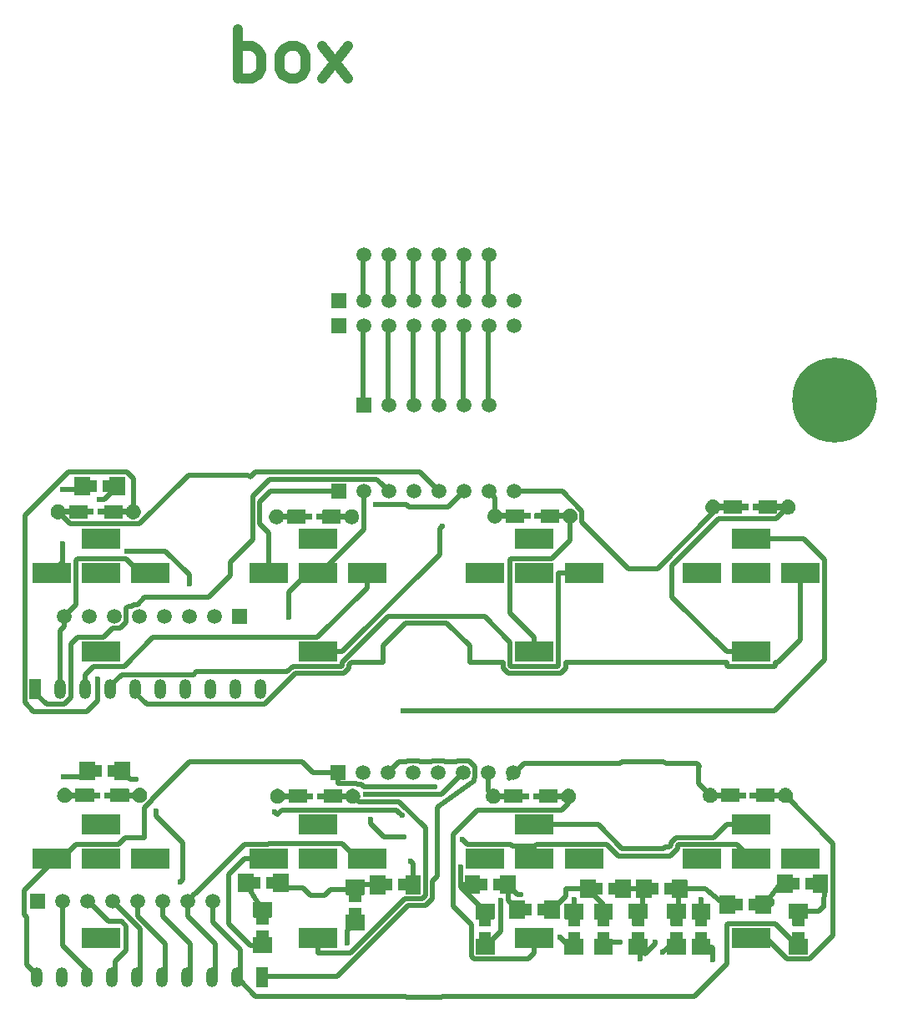
<source format=gtl>
G04 #@! TF.GenerationSoftware,KiCad,Pcbnew,(5.1.5)-3*
G04 #@! TF.CreationDate,2020-12-12T23:50:59-08:00*
G04 #@! TF.ProjectId,button_pcb_4x_laz16-11_,62757474-6f6e-45f7-9063-625f34785f6c,rev?*
G04 #@! TF.SameCoordinates,Original*
G04 #@! TF.FileFunction,Copper,L1,Top*
G04 #@! TF.FilePolarity,Positive*
%FSLAX46Y46*%
G04 Gerber Fmt 4.6, Leading zero omitted, Abs format (unit mm)*
G04 Created by KiCad (PCBNEW (5.1.5)-3) date 2020-12-12 23:50:59*
%MOMM*%
%LPD*%
G04 APERTURE LIST*
%ADD10C,1.000000*%
%ADD11C,0.100000*%
%ADD12R,4.000000X2.000000*%
%ADD13C,1.500000*%
%ADD14R,1.500000X1.500000*%
%ADD15O,1.200000X2.000000*%
%ADD16R,1.200000X2.000000*%
%ADD17C,8.600000*%
%ADD18C,0.600000*%
%ADD19C,0.508000*%
G04 APERTURE END LIST*
D10*
X30882857Y93598095D02*
X30882857Y98598095D01*
X30882857Y96693333D02*
X31359047Y96931428D01*
X32311428Y96931428D01*
X32787619Y96693333D01*
X33025714Y96455238D01*
X33263809Y95979047D01*
X33263809Y94550476D01*
X33025714Y94074285D01*
X32787619Y93836190D01*
X32311428Y93598095D01*
X31359047Y93598095D01*
X30882857Y93836190D01*
X36120952Y93598095D02*
X35644761Y93836190D01*
X35406666Y94074285D01*
X35168571Y94550476D01*
X35168571Y95979047D01*
X35406666Y96455238D01*
X35644761Y96693333D01*
X36120952Y96931428D01*
X36835238Y96931428D01*
X37311428Y96693333D01*
X37549523Y96455238D01*
X37787619Y95979047D01*
X37787619Y94550476D01*
X37549523Y94074285D01*
X37311428Y93836190D01*
X36835238Y93598095D01*
X36120952Y93598095D01*
X39454285Y93598095D02*
X42073333Y96931428D01*
X39454285Y96931428D02*
X42073333Y93598095D01*
G04 #@! TA.AperFunction,ComponentPad*
D11*
G36*
X78988191Y49436247D02*
G01*
X78914849Y49450836D01*
X78843290Y49472543D01*
X78774203Y49501160D01*
X78708254Y49536411D01*
X78646077Y49577956D01*
X78588272Y49625395D01*
X78535395Y49678272D01*
X78487956Y49736077D01*
X78446411Y49798254D01*
X78411160Y49864203D01*
X78382543Y49933290D01*
X78360836Y50004849D01*
X78346247Y50078191D01*
X78338918Y50152610D01*
X78338918Y50227390D01*
X78346247Y50301809D01*
X78360836Y50375151D01*
X78382543Y50446710D01*
X78411160Y50515797D01*
X78446411Y50581746D01*
X78487956Y50643923D01*
X78535395Y50701728D01*
X78588272Y50754605D01*
X78646077Y50802044D01*
X78708254Y50843589D01*
X78774203Y50878840D01*
X78843290Y50907457D01*
X78914849Y50929164D01*
X78988191Y50943753D01*
X79062610Y50951082D01*
X79137390Y50951082D01*
X79211809Y50943753D01*
X79285151Y50929164D01*
X79356710Y50907457D01*
X79425797Y50878840D01*
X79491746Y50843589D01*
X79553923Y50802044D01*
X79611728Y50754605D01*
X79664605Y50701728D01*
X79712044Y50643923D01*
X79753589Y50581746D01*
X79788840Y50515797D01*
X79797869Y50494000D01*
X80193000Y50494000D01*
X80193000Y50825000D01*
X80193961Y50834755D01*
X80196806Y50844134D01*
X80201427Y50852779D01*
X80207645Y50860355D01*
X80215221Y50866573D01*
X80223866Y50871194D01*
X80233245Y50874039D01*
X80243000Y50875000D01*
X82021000Y50875000D01*
X82030755Y50874039D01*
X82040134Y50871194D01*
X82048779Y50866573D01*
X82056355Y50860355D01*
X82062573Y50852779D01*
X82067194Y50844134D01*
X82070039Y50834755D01*
X82071000Y50825000D01*
X82071000Y50494000D01*
X82656000Y50494000D01*
X82665755Y50493039D01*
X82675134Y50490194D01*
X82683779Y50485573D01*
X82691355Y50479355D01*
X82697573Y50471779D01*
X82702194Y50463134D01*
X82705039Y50453755D01*
X82706000Y50444000D01*
X82706000Y49936000D01*
X82705039Y49926245D01*
X82702194Y49916866D01*
X82697573Y49908221D01*
X82691355Y49900645D01*
X82683779Y49894427D01*
X82675134Y49889806D01*
X82665755Y49886961D01*
X82656000Y49886000D01*
X82071000Y49886000D01*
X82071000Y49555000D01*
X82070039Y49545245D01*
X82067194Y49535866D01*
X82062573Y49527221D01*
X82056355Y49519645D01*
X82048779Y49513427D01*
X82040134Y49508806D01*
X82030755Y49505961D01*
X82021000Y49505000D01*
X80243000Y49505000D01*
X80233245Y49505961D01*
X80223866Y49508806D01*
X80215221Y49513427D01*
X80207645Y49519645D01*
X80201427Y49527221D01*
X80196806Y49535866D01*
X80193961Y49545245D01*
X80193000Y49555000D01*
X80193000Y49886000D01*
X79797869Y49886000D01*
X79788840Y49864203D01*
X79753589Y49798254D01*
X79712044Y49736077D01*
X79664605Y49678272D01*
X79611728Y49625395D01*
X79553923Y49577956D01*
X79491746Y49536411D01*
X79425797Y49501160D01*
X79356710Y49472543D01*
X79285151Y49450836D01*
X79211809Y49436247D01*
X79137390Y49428918D01*
X79062610Y49428918D01*
X78988191Y49436247D01*
G37*
G04 #@! TD.AperFunction*
G04 #@! TA.AperFunction,ComponentPad*
G36*
X86608191Y49436247D02*
G01*
X86534849Y49450836D01*
X86463290Y49472543D01*
X86394203Y49501160D01*
X86328254Y49536411D01*
X86266077Y49577956D01*
X86208272Y49625395D01*
X86155395Y49678272D01*
X86107956Y49736077D01*
X86066411Y49798254D01*
X86031160Y49864203D01*
X86022131Y49886000D01*
X85627000Y49886000D01*
X85627000Y49555000D01*
X85626039Y49545245D01*
X85623194Y49535866D01*
X85618573Y49527221D01*
X85612355Y49519645D01*
X85604779Y49513427D01*
X85596134Y49508806D01*
X85586755Y49505961D01*
X85577000Y49505000D01*
X83799000Y49505000D01*
X83789245Y49505961D01*
X83779866Y49508806D01*
X83771221Y49513427D01*
X83763645Y49519645D01*
X83757427Y49527221D01*
X83752806Y49535866D01*
X83749961Y49545245D01*
X83749000Y49555000D01*
X83749000Y49886000D01*
X83164000Y49886000D01*
X83154245Y49886961D01*
X83144866Y49889806D01*
X83136221Y49894427D01*
X83128645Y49900645D01*
X83122427Y49908221D01*
X83117806Y49916866D01*
X83114961Y49926245D01*
X83114000Y49936000D01*
X83114000Y50444000D01*
X83114961Y50453755D01*
X83117806Y50463134D01*
X83122427Y50471779D01*
X83128645Y50479355D01*
X83136221Y50485573D01*
X83144866Y50490194D01*
X83154245Y50493039D01*
X83164000Y50494000D01*
X83749000Y50494000D01*
X83749000Y50825000D01*
X83749961Y50834755D01*
X83752806Y50844134D01*
X83757427Y50852779D01*
X83763645Y50860355D01*
X83771221Y50866573D01*
X83779866Y50871194D01*
X83789245Y50874039D01*
X83799000Y50875000D01*
X85577000Y50875000D01*
X85586755Y50874039D01*
X85596134Y50871194D01*
X85604779Y50866573D01*
X85612355Y50860355D01*
X85618573Y50852779D01*
X85623194Y50844134D01*
X85626039Y50834755D01*
X85627000Y50825000D01*
X85627000Y50494000D01*
X86022131Y50494000D01*
X86031160Y50515797D01*
X86066411Y50581746D01*
X86107956Y50643923D01*
X86155395Y50701728D01*
X86208272Y50754605D01*
X86266077Y50802044D01*
X86328254Y50843589D01*
X86394203Y50878840D01*
X86463290Y50907457D01*
X86534849Y50929164D01*
X86608191Y50943753D01*
X86682610Y50951082D01*
X86757390Y50951082D01*
X86831809Y50943753D01*
X86905151Y50929164D01*
X86976710Y50907457D01*
X87045797Y50878840D01*
X87111746Y50843589D01*
X87173923Y50802044D01*
X87231728Y50754605D01*
X87284605Y50701728D01*
X87332044Y50643923D01*
X87373589Y50581746D01*
X87408840Y50515797D01*
X87437457Y50446710D01*
X87459164Y50375151D01*
X87473753Y50301809D01*
X87481082Y50227390D01*
X87481082Y50152610D01*
X87473753Y50078191D01*
X87459164Y50004849D01*
X87437457Y49933290D01*
X87408840Y49864203D01*
X87373589Y49798254D01*
X87332044Y49736077D01*
X87284605Y49678272D01*
X87231728Y49625395D01*
X87173923Y49577956D01*
X87111746Y49536411D01*
X87045797Y49501160D01*
X86976710Y49472543D01*
X86905151Y49450836D01*
X86831809Y49436247D01*
X86757390Y49428918D01*
X86682610Y49428918D01*
X86608191Y49436247D01*
G37*
G04 #@! TD.AperFunction*
G04 #@! TA.AperFunction,ComponentPad*
G36*
X56878191Y48526247D02*
G01*
X56804849Y48540836D01*
X56733290Y48562543D01*
X56664203Y48591160D01*
X56598254Y48626411D01*
X56536077Y48667956D01*
X56478272Y48715395D01*
X56425395Y48768272D01*
X56377956Y48826077D01*
X56336411Y48888254D01*
X56301160Y48954203D01*
X56272543Y49023290D01*
X56250836Y49094849D01*
X56236247Y49168191D01*
X56228918Y49242610D01*
X56228918Y49317390D01*
X56236247Y49391809D01*
X56250836Y49465151D01*
X56272543Y49536710D01*
X56301160Y49605797D01*
X56336411Y49671746D01*
X56377956Y49733923D01*
X56425395Y49791728D01*
X56478272Y49844605D01*
X56536077Y49892044D01*
X56598254Y49933589D01*
X56664203Y49968840D01*
X56733290Y49997457D01*
X56804849Y50019164D01*
X56878191Y50033753D01*
X56952610Y50041082D01*
X57027390Y50041082D01*
X57101809Y50033753D01*
X57175151Y50019164D01*
X57246710Y49997457D01*
X57315797Y49968840D01*
X57381746Y49933589D01*
X57443923Y49892044D01*
X57501728Y49844605D01*
X57554605Y49791728D01*
X57602044Y49733923D01*
X57643589Y49671746D01*
X57678840Y49605797D01*
X57687869Y49584000D01*
X58083000Y49584000D01*
X58083000Y49915000D01*
X58083961Y49924755D01*
X58086806Y49934134D01*
X58091427Y49942779D01*
X58097645Y49950355D01*
X58105221Y49956573D01*
X58113866Y49961194D01*
X58123245Y49964039D01*
X58133000Y49965000D01*
X59911000Y49965000D01*
X59920755Y49964039D01*
X59930134Y49961194D01*
X59938779Y49956573D01*
X59946355Y49950355D01*
X59952573Y49942779D01*
X59957194Y49934134D01*
X59960039Y49924755D01*
X59961000Y49915000D01*
X59961000Y49584000D01*
X60546000Y49584000D01*
X60555755Y49583039D01*
X60565134Y49580194D01*
X60573779Y49575573D01*
X60581355Y49569355D01*
X60587573Y49561779D01*
X60592194Y49553134D01*
X60595039Y49543755D01*
X60596000Y49534000D01*
X60596000Y49026000D01*
X60595039Y49016245D01*
X60592194Y49006866D01*
X60587573Y48998221D01*
X60581355Y48990645D01*
X60573779Y48984427D01*
X60565134Y48979806D01*
X60555755Y48976961D01*
X60546000Y48976000D01*
X59961000Y48976000D01*
X59961000Y48645000D01*
X59960039Y48635245D01*
X59957194Y48625866D01*
X59952573Y48617221D01*
X59946355Y48609645D01*
X59938779Y48603427D01*
X59930134Y48598806D01*
X59920755Y48595961D01*
X59911000Y48595000D01*
X58133000Y48595000D01*
X58123245Y48595961D01*
X58113866Y48598806D01*
X58105221Y48603427D01*
X58097645Y48609645D01*
X58091427Y48617221D01*
X58086806Y48625866D01*
X58083961Y48635245D01*
X58083000Y48645000D01*
X58083000Y48976000D01*
X57687869Y48976000D01*
X57678840Y48954203D01*
X57643589Y48888254D01*
X57602044Y48826077D01*
X57554605Y48768272D01*
X57501728Y48715395D01*
X57443923Y48667956D01*
X57381746Y48626411D01*
X57315797Y48591160D01*
X57246710Y48562543D01*
X57175151Y48540836D01*
X57101809Y48526247D01*
X57027390Y48518918D01*
X56952610Y48518918D01*
X56878191Y48526247D01*
G37*
G04 #@! TD.AperFunction*
G04 #@! TA.AperFunction,ComponentPad*
G36*
X64498191Y48526247D02*
G01*
X64424849Y48540836D01*
X64353290Y48562543D01*
X64284203Y48591160D01*
X64218254Y48626411D01*
X64156077Y48667956D01*
X64098272Y48715395D01*
X64045395Y48768272D01*
X63997956Y48826077D01*
X63956411Y48888254D01*
X63921160Y48954203D01*
X63912131Y48976000D01*
X63517000Y48976000D01*
X63517000Y48645000D01*
X63516039Y48635245D01*
X63513194Y48625866D01*
X63508573Y48617221D01*
X63502355Y48609645D01*
X63494779Y48603427D01*
X63486134Y48598806D01*
X63476755Y48595961D01*
X63467000Y48595000D01*
X61689000Y48595000D01*
X61679245Y48595961D01*
X61669866Y48598806D01*
X61661221Y48603427D01*
X61653645Y48609645D01*
X61647427Y48617221D01*
X61642806Y48625866D01*
X61639961Y48635245D01*
X61639000Y48645000D01*
X61639000Y48976000D01*
X61054000Y48976000D01*
X61044245Y48976961D01*
X61034866Y48979806D01*
X61026221Y48984427D01*
X61018645Y48990645D01*
X61012427Y48998221D01*
X61007806Y49006866D01*
X61004961Y49016245D01*
X61004000Y49026000D01*
X61004000Y49534000D01*
X61004961Y49543755D01*
X61007806Y49553134D01*
X61012427Y49561779D01*
X61018645Y49569355D01*
X61026221Y49575573D01*
X61034866Y49580194D01*
X61044245Y49583039D01*
X61054000Y49584000D01*
X61639000Y49584000D01*
X61639000Y49915000D01*
X61639961Y49924755D01*
X61642806Y49934134D01*
X61647427Y49942779D01*
X61653645Y49950355D01*
X61661221Y49956573D01*
X61669866Y49961194D01*
X61679245Y49964039D01*
X61689000Y49965000D01*
X63467000Y49965000D01*
X63476755Y49964039D01*
X63486134Y49961194D01*
X63494779Y49956573D01*
X63502355Y49950355D01*
X63508573Y49942779D01*
X63513194Y49934134D01*
X63516039Y49924755D01*
X63517000Y49915000D01*
X63517000Y49584000D01*
X63912131Y49584000D01*
X63921160Y49605797D01*
X63956411Y49671746D01*
X63997956Y49733923D01*
X64045395Y49791728D01*
X64098272Y49844605D01*
X64156077Y49892044D01*
X64218254Y49933589D01*
X64284203Y49968840D01*
X64353290Y49997457D01*
X64424849Y50019164D01*
X64498191Y50033753D01*
X64572610Y50041082D01*
X64647390Y50041082D01*
X64721809Y50033753D01*
X64795151Y50019164D01*
X64866710Y49997457D01*
X64935797Y49968840D01*
X65001746Y49933589D01*
X65063923Y49892044D01*
X65121728Y49844605D01*
X65174605Y49791728D01*
X65222044Y49733923D01*
X65263589Y49671746D01*
X65298840Y49605797D01*
X65327457Y49536710D01*
X65349164Y49465151D01*
X65363753Y49391809D01*
X65371082Y49317390D01*
X65371082Y49242610D01*
X65363753Y49168191D01*
X65349164Y49094849D01*
X65327457Y49023290D01*
X65298840Y48954203D01*
X65263589Y48888254D01*
X65222044Y48826077D01*
X65174605Y48768272D01*
X65121728Y48715395D01*
X65063923Y48667956D01*
X65001746Y48626411D01*
X64935797Y48591160D01*
X64866710Y48562543D01*
X64795151Y48540836D01*
X64721809Y48526247D01*
X64647390Y48518918D01*
X64572610Y48518918D01*
X64498191Y48526247D01*
G37*
G04 #@! TD.AperFunction*
G04 #@! TA.AperFunction,ComponentPad*
G36*
X34718191Y48456247D02*
G01*
X34644849Y48470836D01*
X34573290Y48492543D01*
X34504203Y48521160D01*
X34438254Y48556411D01*
X34376077Y48597956D01*
X34318272Y48645395D01*
X34265395Y48698272D01*
X34217956Y48756077D01*
X34176411Y48818254D01*
X34141160Y48884203D01*
X34112543Y48953290D01*
X34090836Y49024849D01*
X34076247Y49098191D01*
X34068918Y49172610D01*
X34068918Y49247390D01*
X34076247Y49321809D01*
X34090836Y49395151D01*
X34112543Y49466710D01*
X34141160Y49535797D01*
X34176411Y49601746D01*
X34217956Y49663923D01*
X34265395Y49721728D01*
X34318272Y49774605D01*
X34376077Y49822044D01*
X34438254Y49863589D01*
X34504203Y49898840D01*
X34573290Y49927457D01*
X34644849Y49949164D01*
X34718191Y49963753D01*
X34792610Y49971082D01*
X34867390Y49971082D01*
X34941809Y49963753D01*
X35015151Y49949164D01*
X35086710Y49927457D01*
X35155797Y49898840D01*
X35221746Y49863589D01*
X35283923Y49822044D01*
X35341728Y49774605D01*
X35394605Y49721728D01*
X35442044Y49663923D01*
X35483589Y49601746D01*
X35518840Y49535797D01*
X35527869Y49514000D01*
X35923000Y49514000D01*
X35923000Y49845000D01*
X35923961Y49854755D01*
X35926806Y49864134D01*
X35931427Y49872779D01*
X35937645Y49880355D01*
X35945221Y49886573D01*
X35953866Y49891194D01*
X35963245Y49894039D01*
X35973000Y49895000D01*
X37751000Y49895000D01*
X37760755Y49894039D01*
X37770134Y49891194D01*
X37778779Y49886573D01*
X37786355Y49880355D01*
X37792573Y49872779D01*
X37797194Y49864134D01*
X37800039Y49854755D01*
X37801000Y49845000D01*
X37801000Y49514000D01*
X38386000Y49514000D01*
X38395755Y49513039D01*
X38405134Y49510194D01*
X38413779Y49505573D01*
X38421355Y49499355D01*
X38427573Y49491779D01*
X38432194Y49483134D01*
X38435039Y49473755D01*
X38436000Y49464000D01*
X38436000Y48956000D01*
X38435039Y48946245D01*
X38432194Y48936866D01*
X38427573Y48928221D01*
X38421355Y48920645D01*
X38413779Y48914427D01*
X38405134Y48909806D01*
X38395755Y48906961D01*
X38386000Y48906000D01*
X37801000Y48906000D01*
X37801000Y48575000D01*
X37800039Y48565245D01*
X37797194Y48555866D01*
X37792573Y48547221D01*
X37786355Y48539645D01*
X37778779Y48533427D01*
X37770134Y48528806D01*
X37760755Y48525961D01*
X37751000Y48525000D01*
X35973000Y48525000D01*
X35963245Y48525961D01*
X35953866Y48528806D01*
X35945221Y48533427D01*
X35937645Y48539645D01*
X35931427Y48547221D01*
X35926806Y48555866D01*
X35923961Y48565245D01*
X35923000Y48575000D01*
X35923000Y48906000D01*
X35527869Y48906000D01*
X35518840Y48884203D01*
X35483589Y48818254D01*
X35442044Y48756077D01*
X35394605Y48698272D01*
X35341728Y48645395D01*
X35283923Y48597956D01*
X35221746Y48556411D01*
X35155797Y48521160D01*
X35086710Y48492543D01*
X35015151Y48470836D01*
X34941809Y48456247D01*
X34867390Y48448918D01*
X34792610Y48448918D01*
X34718191Y48456247D01*
G37*
G04 #@! TD.AperFunction*
G04 #@! TA.AperFunction,ComponentPad*
G36*
X42338191Y48456247D02*
G01*
X42264849Y48470836D01*
X42193290Y48492543D01*
X42124203Y48521160D01*
X42058254Y48556411D01*
X41996077Y48597956D01*
X41938272Y48645395D01*
X41885395Y48698272D01*
X41837956Y48756077D01*
X41796411Y48818254D01*
X41761160Y48884203D01*
X41752131Y48906000D01*
X41357000Y48906000D01*
X41357000Y48575000D01*
X41356039Y48565245D01*
X41353194Y48555866D01*
X41348573Y48547221D01*
X41342355Y48539645D01*
X41334779Y48533427D01*
X41326134Y48528806D01*
X41316755Y48525961D01*
X41307000Y48525000D01*
X39529000Y48525000D01*
X39519245Y48525961D01*
X39509866Y48528806D01*
X39501221Y48533427D01*
X39493645Y48539645D01*
X39487427Y48547221D01*
X39482806Y48555866D01*
X39479961Y48565245D01*
X39479000Y48575000D01*
X39479000Y48906000D01*
X38894000Y48906000D01*
X38884245Y48906961D01*
X38874866Y48909806D01*
X38866221Y48914427D01*
X38858645Y48920645D01*
X38852427Y48928221D01*
X38847806Y48936866D01*
X38844961Y48946245D01*
X38844000Y48956000D01*
X38844000Y49464000D01*
X38844961Y49473755D01*
X38847806Y49483134D01*
X38852427Y49491779D01*
X38858645Y49499355D01*
X38866221Y49505573D01*
X38874866Y49510194D01*
X38884245Y49513039D01*
X38894000Y49514000D01*
X39479000Y49514000D01*
X39479000Y49845000D01*
X39479961Y49854755D01*
X39482806Y49864134D01*
X39487427Y49872779D01*
X39493645Y49880355D01*
X39501221Y49886573D01*
X39509866Y49891194D01*
X39519245Y49894039D01*
X39529000Y49895000D01*
X41307000Y49895000D01*
X41316755Y49894039D01*
X41326134Y49891194D01*
X41334779Y49886573D01*
X41342355Y49880355D01*
X41348573Y49872779D01*
X41353194Y49864134D01*
X41356039Y49854755D01*
X41357000Y49845000D01*
X41357000Y49514000D01*
X41752131Y49514000D01*
X41761160Y49535797D01*
X41796411Y49601746D01*
X41837956Y49663923D01*
X41885395Y49721728D01*
X41938272Y49774605D01*
X41996077Y49822044D01*
X42058254Y49863589D01*
X42124203Y49898840D01*
X42193290Y49927457D01*
X42264849Y49949164D01*
X42338191Y49963753D01*
X42412610Y49971082D01*
X42487390Y49971082D01*
X42561809Y49963753D01*
X42635151Y49949164D01*
X42706710Y49927457D01*
X42775797Y49898840D01*
X42841746Y49863589D01*
X42903923Y49822044D01*
X42961728Y49774605D01*
X43014605Y49721728D01*
X43062044Y49663923D01*
X43103589Y49601746D01*
X43138840Y49535797D01*
X43167457Y49466710D01*
X43189164Y49395151D01*
X43203753Y49321809D01*
X43211082Y49247390D01*
X43211082Y49172610D01*
X43203753Y49098191D01*
X43189164Y49024849D01*
X43167457Y48953290D01*
X43138840Y48884203D01*
X43103589Y48818254D01*
X43062044Y48756077D01*
X43014605Y48698272D01*
X42961728Y48645395D01*
X42903923Y48597956D01*
X42841746Y48556411D01*
X42775797Y48521160D01*
X42706710Y48492543D01*
X42635151Y48470836D01*
X42561809Y48456247D01*
X42487390Y48448918D01*
X42412610Y48448918D01*
X42338191Y48456247D01*
G37*
G04 #@! TD.AperFunction*
G04 #@! TA.AperFunction,ComponentPad*
G36*
X12558191Y48956247D02*
G01*
X12484849Y48970836D01*
X12413290Y48992543D01*
X12344203Y49021160D01*
X12278254Y49056411D01*
X12216077Y49097956D01*
X12158272Y49145395D01*
X12105395Y49198272D01*
X12057956Y49256077D01*
X12016411Y49318254D01*
X11981160Y49384203D01*
X11952543Y49453290D01*
X11930836Y49524849D01*
X11916247Y49598191D01*
X11908918Y49672610D01*
X11908918Y49747390D01*
X11916247Y49821809D01*
X11930836Y49895151D01*
X11952543Y49966710D01*
X11981160Y50035797D01*
X12016411Y50101746D01*
X12057956Y50163923D01*
X12105395Y50221728D01*
X12158272Y50274605D01*
X12216077Y50322044D01*
X12278254Y50363589D01*
X12344203Y50398840D01*
X12413290Y50427457D01*
X12484849Y50449164D01*
X12558191Y50463753D01*
X12632610Y50471082D01*
X12707390Y50471082D01*
X12781809Y50463753D01*
X12855151Y50449164D01*
X12926710Y50427457D01*
X12995797Y50398840D01*
X13061746Y50363589D01*
X13123923Y50322044D01*
X13181728Y50274605D01*
X13234605Y50221728D01*
X13282044Y50163923D01*
X13323589Y50101746D01*
X13358840Y50035797D01*
X13367869Y50014000D01*
X13763000Y50014000D01*
X13763000Y50345000D01*
X13763961Y50354755D01*
X13766806Y50364134D01*
X13771427Y50372779D01*
X13777645Y50380355D01*
X13785221Y50386573D01*
X13793866Y50391194D01*
X13803245Y50394039D01*
X13813000Y50395000D01*
X15591000Y50395000D01*
X15600755Y50394039D01*
X15610134Y50391194D01*
X15618779Y50386573D01*
X15626355Y50380355D01*
X15632573Y50372779D01*
X15637194Y50364134D01*
X15640039Y50354755D01*
X15641000Y50345000D01*
X15641000Y50014000D01*
X16226000Y50014000D01*
X16235755Y50013039D01*
X16245134Y50010194D01*
X16253779Y50005573D01*
X16261355Y49999355D01*
X16267573Y49991779D01*
X16272194Y49983134D01*
X16275039Y49973755D01*
X16276000Y49964000D01*
X16276000Y49456000D01*
X16275039Y49446245D01*
X16272194Y49436866D01*
X16267573Y49428221D01*
X16261355Y49420645D01*
X16253779Y49414427D01*
X16245134Y49409806D01*
X16235755Y49406961D01*
X16226000Y49406000D01*
X15641000Y49406000D01*
X15641000Y49075000D01*
X15640039Y49065245D01*
X15637194Y49055866D01*
X15632573Y49047221D01*
X15626355Y49039645D01*
X15618779Y49033427D01*
X15610134Y49028806D01*
X15600755Y49025961D01*
X15591000Y49025000D01*
X13813000Y49025000D01*
X13803245Y49025961D01*
X13793866Y49028806D01*
X13785221Y49033427D01*
X13777645Y49039645D01*
X13771427Y49047221D01*
X13766806Y49055866D01*
X13763961Y49065245D01*
X13763000Y49075000D01*
X13763000Y49406000D01*
X13367869Y49406000D01*
X13358840Y49384203D01*
X13323589Y49318254D01*
X13282044Y49256077D01*
X13234605Y49198272D01*
X13181728Y49145395D01*
X13123923Y49097956D01*
X13061746Y49056411D01*
X12995797Y49021160D01*
X12926710Y48992543D01*
X12855151Y48970836D01*
X12781809Y48956247D01*
X12707390Y48948918D01*
X12632610Y48948918D01*
X12558191Y48956247D01*
G37*
G04 #@! TD.AperFunction*
G04 #@! TA.AperFunction,ComponentPad*
G36*
X20178191Y48956247D02*
G01*
X20104849Y48970836D01*
X20033290Y48992543D01*
X19964203Y49021160D01*
X19898254Y49056411D01*
X19836077Y49097956D01*
X19778272Y49145395D01*
X19725395Y49198272D01*
X19677956Y49256077D01*
X19636411Y49318254D01*
X19601160Y49384203D01*
X19592131Y49406000D01*
X19197000Y49406000D01*
X19197000Y49075000D01*
X19196039Y49065245D01*
X19193194Y49055866D01*
X19188573Y49047221D01*
X19182355Y49039645D01*
X19174779Y49033427D01*
X19166134Y49028806D01*
X19156755Y49025961D01*
X19147000Y49025000D01*
X17369000Y49025000D01*
X17359245Y49025961D01*
X17349866Y49028806D01*
X17341221Y49033427D01*
X17333645Y49039645D01*
X17327427Y49047221D01*
X17322806Y49055866D01*
X17319961Y49065245D01*
X17319000Y49075000D01*
X17319000Y49406000D01*
X16734000Y49406000D01*
X16724245Y49406961D01*
X16714866Y49409806D01*
X16706221Y49414427D01*
X16698645Y49420645D01*
X16692427Y49428221D01*
X16687806Y49436866D01*
X16684961Y49446245D01*
X16684000Y49456000D01*
X16684000Y49964000D01*
X16684961Y49973755D01*
X16687806Y49983134D01*
X16692427Y49991779D01*
X16698645Y49999355D01*
X16706221Y50005573D01*
X16714866Y50010194D01*
X16724245Y50013039D01*
X16734000Y50014000D01*
X17319000Y50014000D01*
X17319000Y50345000D01*
X17319961Y50354755D01*
X17322806Y50364134D01*
X17327427Y50372779D01*
X17333645Y50380355D01*
X17341221Y50386573D01*
X17349866Y50391194D01*
X17359245Y50394039D01*
X17369000Y50395000D01*
X19147000Y50395000D01*
X19156755Y50394039D01*
X19166134Y50391194D01*
X19174779Y50386573D01*
X19182355Y50380355D01*
X19188573Y50372779D01*
X19193194Y50364134D01*
X19196039Y50354755D01*
X19197000Y50345000D01*
X19197000Y50014000D01*
X19592131Y50014000D01*
X19601160Y50035797D01*
X19636411Y50101746D01*
X19677956Y50163923D01*
X19725395Y50221728D01*
X19778272Y50274605D01*
X19836077Y50322044D01*
X19898254Y50363589D01*
X19964203Y50398840D01*
X20033290Y50427457D01*
X20104849Y50449164D01*
X20178191Y50463753D01*
X20252610Y50471082D01*
X20327390Y50471082D01*
X20401809Y50463753D01*
X20475151Y50449164D01*
X20546710Y50427457D01*
X20615797Y50398840D01*
X20681746Y50363589D01*
X20743923Y50322044D01*
X20801728Y50274605D01*
X20854605Y50221728D01*
X20902044Y50163923D01*
X20943589Y50101746D01*
X20978840Y50035797D01*
X21007457Y49966710D01*
X21029164Y49895151D01*
X21043753Y49821809D01*
X21051082Y49747390D01*
X21051082Y49672610D01*
X21043753Y49598191D01*
X21029164Y49524849D01*
X21007457Y49453290D01*
X20978840Y49384203D01*
X20943589Y49318254D01*
X20902044Y49256077D01*
X20854605Y49198272D01*
X20801728Y49145395D01*
X20743923Y49097956D01*
X20681746Y49056411D01*
X20615797Y49021160D01*
X20546710Y48992543D01*
X20475151Y48970836D01*
X20401809Y48956247D01*
X20327390Y48948918D01*
X20252610Y48948918D01*
X20178191Y48956247D01*
G37*
G04 #@! TD.AperFunction*
G04 #@! TA.AperFunction,ComponentPad*
G36*
X78718191Y20206247D02*
G01*
X78644849Y20220836D01*
X78573290Y20242543D01*
X78504203Y20271160D01*
X78438254Y20306411D01*
X78376077Y20347956D01*
X78318272Y20395395D01*
X78265395Y20448272D01*
X78217956Y20506077D01*
X78176411Y20568254D01*
X78141160Y20634203D01*
X78112543Y20703290D01*
X78090836Y20774849D01*
X78076247Y20848191D01*
X78068918Y20922610D01*
X78068918Y20997390D01*
X78076247Y21071809D01*
X78090836Y21145151D01*
X78112543Y21216710D01*
X78141160Y21285797D01*
X78176411Y21351746D01*
X78217956Y21413923D01*
X78265395Y21471728D01*
X78318272Y21524605D01*
X78376077Y21572044D01*
X78438254Y21613589D01*
X78504203Y21648840D01*
X78573290Y21677457D01*
X78644849Y21699164D01*
X78718191Y21713753D01*
X78792610Y21721082D01*
X78867390Y21721082D01*
X78941809Y21713753D01*
X79015151Y21699164D01*
X79086710Y21677457D01*
X79155797Y21648840D01*
X79221746Y21613589D01*
X79283923Y21572044D01*
X79341728Y21524605D01*
X79394605Y21471728D01*
X79442044Y21413923D01*
X79483589Y21351746D01*
X79518840Y21285797D01*
X79527869Y21264000D01*
X79923000Y21264000D01*
X79923000Y21595000D01*
X79923961Y21604755D01*
X79926806Y21614134D01*
X79931427Y21622779D01*
X79937645Y21630355D01*
X79945221Y21636573D01*
X79953866Y21641194D01*
X79963245Y21644039D01*
X79973000Y21645000D01*
X81751000Y21645000D01*
X81760755Y21644039D01*
X81770134Y21641194D01*
X81778779Y21636573D01*
X81786355Y21630355D01*
X81792573Y21622779D01*
X81797194Y21614134D01*
X81800039Y21604755D01*
X81801000Y21595000D01*
X81801000Y21264000D01*
X82386000Y21264000D01*
X82395755Y21263039D01*
X82405134Y21260194D01*
X82413779Y21255573D01*
X82421355Y21249355D01*
X82427573Y21241779D01*
X82432194Y21233134D01*
X82435039Y21223755D01*
X82436000Y21214000D01*
X82436000Y20706000D01*
X82435039Y20696245D01*
X82432194Y20686866D01*
X82427573Y20678221D01*
X82421355Y20670645D01*
X82413779Y20664427D01*
X82405134Y20659806D01*
X82395755Y20656961D01*
X82386000Y20656000D01*
X81801000Y20656000D01*
X81801000Y20325000D01*
X81800039Y20315245D01*
X81797194Y20305866D01*
X81792573Y20297221D01*
X81786355Y20289645D01*
X81778779Y20283427D01*
X81770134Y20278806D01*
X81760755Y20275961D01*
X81751000Y20275000D01*
X79973000Y20275000D01*
X79963245Y20275961D01*
X79953866Y20278806D01*
X79945221Y20283427D01*
X79937645Y20289645D01*
X79931427Y20297221D01*
X79926806Y20305866D01*
X79923961Y20315245D01*
X79923000Y20325000D01*
X79923000Y20656000D01*
X79527869Y20656000D01*
X79518840Y20634203D01*
X79483589Y20568254D01*
X79442044Y20506077D01*
X79394605Y20448272D01*
X79341728Y20395395D01*
X79283923Y20347956D01*
X79221746Y20306411D01*
X79155797Y20271160D01*
X79086710Y20242543D01*
X79015151Y20220836D01*
X78941809Y20206247D01*
X78867390Y20198918D01*
X78792610Y20198918D01*
X78718191Y20206247D01*
G37*
G04 #@! TD.AperFunction*
G04 #@! TA.AperFunction,ComponentPad*
G36*
X86338191Y20206247D02*
G01*
X86264849Y20220836D01*
X86193290Y20242543D01*
X86124203Y20271160D01*
X86058254Y20306411D01*
X85996077Y20347956D01*
X85938272Y20395395D01*
X85885395Y20448272D01*
X85837956Y20506077D01*
X85796411Y20568254D01*
X85761160Y20634203D01*
X85752131Y20656000D01*
X85357000Y20656000D01*
X85357000Y20325000D01*
X85356039Y20315245D01*
X85353194Y20305866D01*
X85348573Y20297221D01*
X85342355Y20289645D01*
X85334779Y20283427D01*
X85326134Y20278806D01*
X85316755Y20275961D01*
X85307000Y20275000D01*
X83529000Y20275000D01*
X83519245Y20275961D01*
X83509866Y20278806D01*
X83501221Y20283427D01*
X83493645Y20289645D01*
X83487427Y20297221D01*
X83482806Y20305866D01*
X83479961Y20315245D01*
X83479000Y20325000D01*
X83479000Y20656000D01*
X82894000Y20656000D01*
X82884245Y20656961D01*
X82874866Y20659806D01*
X82866221Y20664427D01*
X82858645Y20670645D01*
X82852427Y20678221D01*
X82847806Y20686866D01*
X82844961Y20696245D01*
X82844000Y20706000D01*
X82844000Y21214000D01*
X82844961Y21223755D01*
X82847806Y21233134D01*
X82852427Y21241779D01*
X82858645Y21249355D01*
X82866221Y21255573D01*
X82874866Y21260194D01*
X82884245Y21263039D01*
X82894000Y21264000D01*
X83479000Y21264000D01*
X83479000Y21595000D01*
X83479961Y21604755D01*
X83482806Y21614134D01*
X83487427Y21622779D01*
X83493645Y21630355D01*
X83501221Y21636573D01*
X83509866Y21641194D01*
X83519245Y21644039D01*
X83529000Y21645000D01*
X85307000Y21645000D01*
X85316755Y21644039D01*
X85326134Y21641194D01*
X85334779Y21636573D01*
X85342355Y21630355D01*
X85348573Y21622779D01*
X85353194Y21614134D01*
X85356039Y21604755D01*
X85357000Y21595000D01*
X85357000Y21264000D01*
X85752131Y21264000D01*
X85761160Y21285797D01*
X85796411Y21351746D01*
X85837956Y21413923D01*
X85885395Y21471728D01*
X85938272Y21524605D01*
X85996077Y21572044D01*
X86058254Y21613589D01*
X86124203Y21648840D01*
X86193290Y21677457D01*
X86264849Y21699164D01*
X86338191Y21713753D01*
X86412610Y21721082D01*
X86487390Y21721082D01*
X86561809Y21713753D01*
X86635151Y21699164D01*
X86706710Y21677457D01*
X86775797Y21648840D01*
X86841746Y21613589D01*
X86903923Y21572044D01*
X86961728Y21524605D01*
X87014605Y21471728D01*
X87062044Y21413923D01*
X87103589Y21351746D01*
X87138840Y21285797D01*
X87167457Y21216710D01*
X87189164Y21145151D01*
X87203753Y21071809D01*
X87211082Y20997390D01*
X87211082Y20922610D01*
X87203753Y20848191D01*
X87189164Y20774849D01*
X87167457Y20703290D01*
X87138840Y20634203D01*
X87103589Y20568254D01*
X87062044Y20506077D01*
X87014605Y20448272D01*
X86961728Y20395395D01*
X86903923Y20347956D01*
X86841746Y20306411D01*
X86775797Y20271160D01*
X86706710Y20242543D01*
X86635151Y20220836D01*
X86561809Y20206247D01*
X86487390Y20198918D01*
X86412610Y20198918D01*
X86338191Y20206247D01*
G37*
G04 #@! TD.AperFunction*
G04 #@! TA.AperFunction,ComponentPad*
G36*
X56718191Y20122247D02*
G01*
X56644849Y20136836D01*
X56573290Y20158543D01*
X56504203Y20187160D01*
X56438254Y20222411D01*
X56376077Y20263956D01*
X56318272Y20311395D01*
X56265395Y20364272D01*
X56217956Y20422077D01*
X56176411Y20484254D01*
X56141160Y20550203D01*
X56112543Y20619290D01*
X56090836Y20690849D01*
X56076247Y20764191D01*
X56068918Y20838610D01*
X56068918Y20913390D01*
X56076247Y20987809D01*
X56090836Y21061151D01*
X56112543Y21132710D01*
X56141160Y21201797D01*
X56176411Y21267746D01*
X56217956Y21329923D01*
X56265395Y21387728D01*
X56318272Y21440605D01*
X56376077Y21488044D01*
X56438254Y21529589D01*
X56504203Y21564840D01*
X56573290Y21593457D01*
X56644849Y21615164D01*
X56718191Y21629753D01*
X56792610Y21637082D01*
X56867390Y21637082D01*
X56941809Y21629753D01*
X57015151Y21615164D01*
X57086710Y21593457D01*
X57155797Y21564840D01*
X57221746Y21529589D01*
X57283923Y21488044D01*
X57341728Y21440605D01*
X57394605Y21387728D01*
X57442044Y21329923D01*
X57483589Y21267746D01*
X57518840Y21201797D01*
X57527869Y21180000D01*
X57923000Y21180000D01*
X57923000Y21511000D01*
X57923961Y21520755D01*
X57926806Y21530134D01*
X57931427Y21538779D01*
X57937645Y21546355D01*
X57945221Y21552573D01*
X57953866Y21557194D01*
X57963245Y21560039D01*
X57973000Y21561000D01*
X59751000Y21561000D01*
X59760755Y21560039D01*
X59770134Y21557194D01*
X59778779Y21552573D01*
X59786355Y21546355D01*
X59792573Y21538779D01*
X59797194Y21530134D01*
X59800039Y21520755D01*
X59801000Y21511000D01*
X59801000Y21180000D01*
X60386000Y21180000D01*
X60395755Y21179039D01*
X60405134Y21176194D01*
X60413779Y21171573D01*
X60421355Y21165355D01*
X60427573Y21157779D01*
X60432194Y21149134D01*
X60435039Y21139755D01*
X60436000Y21130000D01*
X60436000Y20622000D01*
X60435039Y20612245D01*
X60432194Y20602866D01*
X60427573Y20594221D01*
X60421355Y20586645D01*
X60413779Y20580427D01*
X60405134Y20575806D01*
X60395755Y20572961D01*
X60386000Y20572000D01*
X59801000Y20572000D01*
X59801000Y20241000D01*
X59800039Y20231245D01*
X59797194Y20221866D01*
X59792573Y20213221D01*
X59786355Y20205645D01*
X59778779Y20199427D01*
X59770134Y20194806D01*
X59760755Y20191961D01*
X59751000Y20191000D01*
X57973000Y20191000D01*
X57963245Y20191961D01*
X57953866Y20194806D01*
X57945221Y20199427D01*
X57937645Y20205645D01*
X57931427Y20213221D01*
X57926806Y20221866D01*
X57923961Y20231245D01*
X57923000Y20241000D01*
X57923000Y20572000D01*
X57527869Y20572000D01*
X57518840Y20550203D01*
X57483589Y20484254D01*
X57442044Y20422077D01*
X57394605Y20364272D01*
X57341728Y20311395D01*
X57283923Y20263956D01*
X57221746Y20222411D01*
X57155797Y20187160D01*
X57086710Y20158543D01*
X57015151Y20136836D01*
X56941809Y20122247D01*
X56867390Y20114918D01*
X56792610Y20114918D01*
X56718191Y20122247D01*
G37*
G04 #@! TD.AperFunction*
G04 #@! TA.AperFunction,ComponentPad*
G36*
X64338191Y20122247D02*
G01*
X64264849Y20136836D01*
X64193290Y20158543D01*
X64124203Y20187160D01*
X64058254Y20222411D01*
X63996077Y20263956D01*
X63938272Y20311395D01*
X63885395Y20364272D01*
X63837956Y20422077D01*
X63796411Y20484254D01*
X63761160Y20550203D01*
X63752131Y20572000D01*
X63357000Y20572000D01*
X63357000Y20241000D01*
X63356039Y20231245D01*
X63353194Y20221866D01*
X63348573Y20213221D01*
X63342355Y20205645D01*
X63334779Y20199427D01*
X63326134Y20194806D01*
X63316755Y20191961D01*
X63307000Y20191000D01*
X61529000Y20191000D01*
X61519245Y20191961D01*
X61509866Y20194806D01*
X61501221Y20199427D01*
X61493645Y20205645D01*
X61487427Y20213221D01*
X61482806Y20221866D01*
X61479961Y20231245D01*
X61479000Y20241000D01*
X61479000Y20572000D01*
X60894000Y20572000D01*
X60884245Y20572961D01*
X60874866Y20575806D01*
X60866221Y20580427D01*
X60858645Y20586645D01*
X60852427Y20594221D01*
X60847806Y20602866D01*
X60844961Y20612245D01*
X60844000Y20622000D01*
X60844000Y21130000D01*
X60844961Y21139755D01*
X60847806Y21149134D01*
X60852427Y21157779D01*
X60858645Y21165355D01*
X60866221Y21171573D01*
X60874866Y21176194D01*
X60884245Y21179039D01*
X60894000Y21180000D01*
X61479000Y21180000D01*
X61479000Y21511000D01*
X61479961Y21520755D01*
X61482806Y21530134D01*
X61487427Y21538779D01*
X61493645Y21546355D01*
X61501221Y21552573D01*
X61509866Y21557194D01*
X61519245Y21560039D01*
X61529000Y21561000D01*
X63307000Y21561000D01*
X63316755Y21560039D01*
X63326134Y21557194D01*
X63334779Y21552573D01*
X63342355Y21546355D01*
X63348573Y21538779D01*
X63353194Y21530134D01*
X63356039Y21520755D01*
X63357000Y21511000D01*
X63357000Y21180000D01*
X63752131Y21180000D01*
X63761160Y21201797D01*
X63796411Y21267746D01*
X63837956Y21329923D01*
X63885395Y21387728D01*
X63938272Y21440605D01*
X63996077Y21488044D01*
X64058254Y21529589D01*
X64124203Y21564840D01*
X64193290Y21593457D01*
X64264849Y21615164D01*
X64338191Y21629753D01*
X64412610Y21637082D01*
X64487390Y21637082D01*
X64561809Y21629753D01*
X64635151Y21615164D01*
X64706710Y21593457D01*
X64775797Y21564840D01*
X64841746Y21529589D01*
X64903923Y21488044D01*
X64961728Y21440605D01*
X65014605Y21387728D01*
X65062044Y21329923D01*
X65103589Y21267746D01*
X65138840Y21201797D01*
X65167457Y21132710D01*
X65189164Y21061151D01*
X65203753Y20987809D01*
X65211082Y20913390D01*
X65211082Y20838610D01*
X65203753Y20764191D01*
X65189164Y20690849D01*
X65167457Y20619290D01*
X65138840Y20550203D01*
X65103589Y20484254D01*
X65062044Y20422077D01*
X65014605Y20364272D01*
X64961728Y20311395D01*
X64903923Y20263956D01*
X64841746Y20222411D01*
X64775797Y20187160D01*
X64706710Y20158543D01*
X64635151Y20136836D01*
X64561809Y20122247D01*
X64487390Y20114918D01*
X64412610Y20114918D01*
X64338191Y20122247D01*
G37*
G04 #@! TD.AperFunction*
G04 #@! TA.AperFunction,ComponentPad*
G36*
X34828191Y20116247D02*
G01*
X34754849Y20130836D01*
X34683290Y20152543D01*
X34614203Y20181160D01*
X34548254Y20216411D01*
X34486077Y20257956D01*
X34428272Y20305395D01*
X34375395Y20358272D01*
X34327956Y20416077D01*
X34286411Y20478254D01*
X34251160Y20544203D01*
X34222543Y20613290D01*
X34200836Y20684849D01*
X34186247Y20758191D01*
X34178918Y20832610D01*
X34178918Y20907390D01*
X34186247Y20981809D01*
X34200836Y21055151D01*
X34222543Y21126710D01*
X34251160Y21195797D01*
X34286411Y21261746D01*
X34327956Y21323923D01*
X34375395Y21381728D01*
X34428272Y21434605D01*
X34486077Y21482044D01*
X34548254Y21523589D01*
X34614203Y21558840D01*
X34683290Y21587457D01*
X34754849Y21609164D01*
X34828191Y21623753D01*
X34902610Y21631082D01*
X34977390Y21631082D01*
X35051809Y21623753D01*
X35125151Y21609164D01*
X35196710Y21587457D01*
X35265797Y21558840D01*
X35331746Y21523589D01*
X35393923Y21482044D01*
X35451728Y21434605D01*
X35504605Y21381728D01*
X35552044Y21323923D01*
X35593589Y21261746D01*
X35628840Y21195797D01*
X35637869Y21174000D01*
X36033000Y21174000D01*
X36033000Y21505000D01*
X36033961Y21514755D01*
X36036806Y21524134D01*
X36041427Y21532779D01*
X36047645Y21540355D01*
X36055221Y21546573D01*
X36063866Y21551194D01*
X36073245Y21554039D01*
X36083000Y21555000D01*
X37861000Y21555000D01*
X37870755Y21554039D01*
X37880134Y21551194D01*
X37888779Y21546573D01*
X37896355Y21540355D01*
X37902573Y21532779D01*
X37907194Y21524134D01*
X37910039Y21514755D01*
X37911000Y21505000D01*
X37911000Y21174000D01*
X38496000Y21174000D01*
X38505755Y21173039D01*
X38515134Y21170194D01*
X38523779Y21165573D01*
X38531355Y21159355D01*
X38537573Y21151779D01*
X38542194Y21143134D01*
X38545039Y21133755D01*
X38546000Y21124000D01*
X38546000Y20616000D01*
X38545039Y20606245D01*
X38542194Y20596866D01*
X38537573Y20588221D01*
X38531355Y20580645D01*
X38523779Y20574427D01*
X38515134Y20569806D01*
X38505755Y20566961D01*
X38496000Y20566000D01*
X37911000Y20566000D01*
X37911000Y20235000D01*
X37910039Y20225245D01*
X37907194Y20215866D01*
X37902573Y20207221D01*
X37896355Y20199645D01*
X37888779Y20193427D01*
X37880134Y20188806D01*
X37870755Y20185961D01*
X37861000Y20185000D01*
X36083000Y20185000D01*
X36073245Y20185961D01*
X36063866Y20188806D01*
X36055221Y20193427D01*
X36047645Y20199645D01*
X36041427Y20207221D01*
X36036806Y20215866D01*
X36033961Y20225245D01*
X36033000Y20235000D01*
X36033000Y20566000D01*
X35637869Y20566000D01*
X35628840Y20544203D01*
X35593589Y20478254D01*
X35552044Y20416077D01*
X35504605Y20358272D01*
X35451728Y20305395D01*
X35393923Y20257956D01*
X35331746Y20216411D01*
X35265797Y20181160D01*
X35196710Y20152543D01*
X35125151Y20130836D01*
X35051809Y20116247D01*
X34977390Y20108918D01*
X34902610Y20108918D01*
X34828191Y20116247D01*
G37*
G04 #@! TD.AperFunction*
G04 #@! TA.AperFunction,ComponentPad*
G36*
X42448191Y20116247D02*
G01*
X42374849Y20130836D01*
X42303290Y20152543D01*
X42234203Y20181160D01*
X42168254Y20216411D01*
X42106077Y20257956D01*
X42048272Y20305395D01*
X41995395Y20358272D01*
X41947956Y20416077D01*
X41906411Y20478254D01*
X41871160Y20544203D01*
X41862131Y20566000D01*
X41467000Y20566000D01*
X41467000Y20235000D01*
X41466039Y20225245D01*
X41463194Y20215866D01*
X41458573Y20207221D01*
X41452355Y20199645D01*
X41444779Y20193427D01*
X41436134Y20188806D01*
X41426755Y20185961D01*
X41417000Y20185000D01*
X39639000Y20185000D01*
X39629245Y20185961D01*
X39619866Y20188806D01*
X39611221Y20193427D01*
X39603645Y20199645D01*
X39597427Y20207221D01*
X39592806Y20215866D01*
X39589961Y20225245D01*
X39589000Y20235000D01*
X39589000Y20566000D01*
X39004000Y20566000D01*
X38994245Y20566961D01*
X38984866Y20569806D01*
X38976221Y20574427D01*
X38968645Y20580645D01*
X38962427Y20588221D01*
X38957806Y20596866D01*
X38954961Y20606245D01*
X38954000Y20616000D01*
X38954000Y21124000D01*
X38954961Y21133755D01*
X38957806Y21143134D01*
X38962427Y21151779D01*
X38968645Y21159355D01*
X38976221Y21165573D01*
X38984866Y21170194D01*
X38994245Y21173039D01*
X39004000Y21174000D01*
X39589000Y21174000D01*
X39589000Y21505000D01*
X39589961Y21514755D01*
X39592806Y21524134D01*
X39597427Y21532779D01*
X39603645Y21540355D01*
X39611221Y21546573D01*
X39619866Y21551194D01*
X39629245Y21554039D01*
X39639000Y21555000D01*
X41417000Y21555000D01*
X41426755Y21554039D01*
X41436134Y21551194D01*
X41444779Y21546573D01*
X41452355Y21540355D01*
X41458573Y21532779D01*
X41463194Y21524134D01*
X41466039Y21514755D01*
X41467000Y21505000D01*
X41467000Y21174000D01*
X41862131Y21174000D01*
X41871160Y21195797D01*
X41906411Y21261746D01*
X41947956Y21323923D01*
X41995395Y21381728D01*
X42048272Y21434605D01*
X42106077Y21482044D01*
X42168254Y21523589D01*
X42234203Y21558840D01*
X42303290Y21587457D01*
X42374849Y21609164D01*
X42448191Y21623753D01*
X42522610Y21631082D01*
X42597390Y21631082D01*
X42671809Y21623753D01*
X42745151Y21609164D01*
X42816710Y21587457D01*
X42885797Y21558840D01*
X42951746Y21523589D01*
X43013923Y21482044D01*
X43071728Y21434605D01*
X43124605Y21381728D01*
X43172044Y21323923D01*
X43213589Y21261746D01*
X43248840Y21195797D01*
X43277457Y21126710D01*
X43299164Y21055151D01*
X43313753Y20981809D01*
X43321082Y20907390D01*
X43321082Y20832610D01*
X43313753Y20758191D01*
X43299164Y20684849D01*
X43277457Y20613290D01*
X43248840Y20544203D01*
X43213589Y20478254D01*
X43172044Y20416077D01*
X43124605Y20358272D01*
X43071728Y20305395D01*
X43013923Y20257956D01*
X42951746Y20216411D01*
X42885797Y20181160D01*
X42816710Y20152543D01*
X42745151Y20130836D01*
X42671809Y20116247D01*
X42597390Y20108918D01*
X42522610Y20108918D01*
X42448191Y20116247D01*
G37*
G04 #@! TD.AperFunction*
G04 #@! TA.AperFunction,ComponentPad*
G36*
X13218191Y20206247D02*
G01*
X13144849Y20220836D01*
X13073290Y20242543D01*
X13004203Y20271160D01*
X12938254Y20306411D01*
X12876077Y20347956D01*
X12818272Y20395395D01*
X12765395Y20448272D01*
X12717956Y20506077D01*
X12676411Y20568254D01*
X12641160Y20634203D01*
X12612543Y20703290D01*
X12590836Y20774849D01*
X12576247Y20848191D01*
X12568918Y20922610D01*
X12568918Y20997390D01*
X12576247Y21071809D01*
X12590836Y21145151D01*
X12612543Y21216710D01*
X12641160Y21285797D01*
X12676411Y21351746D01*
X12717956Y21413923D01*
X12765395Y21471728D01*
X12818272Y21524605D01*
X12876077Y21572044D01*
X12938254Y21613589D01*
X13004203Y21648840D01*
X13073290Y21677457D01*
X13144849Y21699164D01*
X13218191Y21713753D01*
X13292610Y21721082D01*
X13367390Y21721082D01*
X13441809Y21713753D01*
X13515151Y21699164D01*
X13586710Y21677457D01*
X13655797Y21648840D01*
X13721746Y21613589D01*
X13783923Y21572044D01*
X13841728Y21524605D01*
X13894605Y21471728D01*
X13942044Y21413923D01*
X13983589Y21351746D01*
X14018840Y21285797D01*
X14027869Y21264000D01*
X14423000Y21264000D01*
X14423000Y21595000D01*
X14423961Y21604755D01*
X14426806Y21614134D01*
X14431427Y21622779D01*
X14437645Y21630355D01*
X14445221Y21636573D01*
X14453866Y21641194D01*
X14463245Y21644039D01*
X14473000Y21645000D01*
X16251000Y21645000D01*
X16260755Y21644039D01*
X16270134Y21641194D01*
X16278779Y21636573D01*
X16286355Y21630355D01*
X16292573Y21622779D01*
X16297194Y21614134D01*
X16300039Y21604755D01*
X16301000Y21595000D01*
X16301000Y21264000D01*
X16886000Y21264000D01*
X16895755Y21263039D01*
X16905134Y21260194D01*
X16913779Y21255573D01*
X16921355Y21249355D01*
X16927573Y21241779D01*
X16932194Y21233134D01*
X16935039Y21223755D01*
X16936000Y21214000D01*
X16936000Y20706000D01*
X16935039Y20696245D01*
X16932194Y20686866D01*
X16927573Y20678221D01*
X16921355Y20670645D01*
X16913779Y20664427D01*
X16905134Y20659806D01*
X16895755Y20656961D01*
X16886000Y20656000D01*
X16301000Y20656000D01*
X16301000Y20325000D01*
X16300039Y20315245D01*
X16297194Y20305866D01*
X16292573Y20297221D01*
X16286355Y20289645D01*
X16278779Y20283427D01*
X16270134Y20278806D01*
X16260755Y20275961D01*
X16251000Y20275000D01*
X14473000Y20275000D01*
X14463245Y20275961D01*
X14453866Y20278806D01*
X14445221Y20283427D01*
X14437645Y20289645D01*
X14431427Y20297221D01*
X14426806Y20305866D01*
X14423961Y20315245D01*
X14423000Y20325000D01*
X14423000Y20656000D01*
X14027869Y20656000D01*
X14018840Y20634203D01*
X13983589Y20568254D01*
X13942044Y20506077D01*
X13894605Y20448272D01*
X13841728Y20395395D01*
X13783923Y20347956D01*
X13721746Y20306411D01*
X13655797Y20271160D01*
X13586710Y20242543D01*
X13515151Y20220836D01*
X13441809Y20206247D01*
X13367390Y20198918D01*
X13292610Y20198918D01*
X13218191Y20206247D01*
G37*
G04 #@! TD.AperFunction*
G04 #@! TA.AperFunction,ComponentPad*
G36*
X20838191Y20206247D02*
G01*
X20764849Y20220836D01*
X20693290Y20242543D01*
X20624203Y20271160D01*
X20558254Y20306411D01*
X20496077Y20347956D01*
X20438272Y20395395D01*
X20385395Y20448272D01*
X20337956Y20506077D01*
X20296411Y20568254D01*
X20261160Y20634203D01*
X20252131Y20656000D01*
X19857000Y20656000D01*
X19857000Y20325000D01*
X19856039Y20315245D01*
X19853194Y20305866D01*
X19848573Y20297221D01*
X19842355Y20289645D01*
X19834779Y20283427D01*
X19826134Y20278806D01*
X19816755Y20275961D01*
X19807000Y20275000D01*
X18029000Y20275000D01*
X18019245Y20275961D01*
X18009866Y20278806D01*
X18001221Y20283427D01*
X17993645Y20289645D01*
X17987427Y20297221D01*
X17982806Y20305866D01*
X17979961Y20315245D01*
X17979000Y20325000D01*
X17979000Y20656000D01*
X17394000Y20656000D01*
X17384245Y20656961D01*
X17374866Y20659806D01*
X17366221Y20664427D01*
X17358645Y20670645D01*
X17352427Y20678221D01*
X17347806Y20686866D01*
X17344961Y20696245D01*
X17344000Y20706000D01*
X17344000Y21214000D01*
X17344961Y21223755D01*
X17347806Y21233134D01*
X17352427Y21241779D01*
X17358645Y21249355D01*
X17366221Y21255573D01*
X17374866Y21260194D01*
X17384245Y21263039D01*
X17394000Y21264000D01*
X17979000Y21264000D01*
X17979000Y21595000D01*
X17979961Y21604755D01*
X17982806Y21614134D01*
X17987427Y21622779D01*
X17993645Y21630355D01*
X18001221Y21636573D01*
X18009866Y21641194D01*
X18019245Y21644039D01*
X18029000Y21645000D01*
X19807000Y21645000D01*
X19816755Y21644039D01*
X19826134Y21641194D01*
X19834779Y21636573D01*
X19842355Y21630355D01*
X19848573Y21622779D01*
X19853194Y21614134D01*
X19856039Y21604755D01*
X19857000Y21595000D01*
X19857000Y21264000D01*
X20252131Y21264000D01*
X20261160Y21285797D01*
X20296411Y21351746D01*
X20337956Y21413923D01*
X20385395Y21471728D01*
X20438272Y21524605D01*
X20496077Y21572044D01*
X20558254Y21613589D01*
X20624203Y21648840D01*
X20693290Y21677457D01*
X20764849Y21699164D01*
X20838191Y21713753D01*
X20912610Y21721082D01*
X20987390Y21721082D01*
X21061809Y21713753D01*
X21135151Y21699164D01*
X21206710Y21677457D01*
X21275797Y21648840D01*
X21341746Y21613589D01*
X21403923Y21572044D01*
X21461728Y21524605D01*
X21514605Y21471728D01*
X21562044Y21413923D01*
X21603589Y21351746D01*
X21638840Y21285797D01*
X21667457Y21216710D01*
X21689164Y21145151D01*
X21703753Y21071809D01*
X21711082Y20997390D01*
X21711082Y20922610D01*
X21703753Y20848191D01*
X21689164Y20774849D01*
X21667457Y20703290D01*
X21638840Y20634203D01*
X21603589Y20568254D01*
X21562044Y20506077D01*
X21514605Y20448272D01*
X21461728Y20395395D01*
X21403923Y20347956D01*
X21341746Y20306411D01*
X21275797Y20271160D01*
X21206710Y20242543D01*
X21135151Y20220836D01*
X21061809Y20206247D01*
X20987390Y20198918D01*
X20912610Y20198918D01*
X20838191Y20206247D01*
G37*
G04 #@! TD.AperFunction*
D12*
X17000000Y6500000D03*
X17000000Y18000000D03*
X22000000Y14500000D03*
X17000000Y14500000D03*
X12000000Y14500000D03*
G04 #@! TA.AperFunction,SMDPad,CuDef*
D11*
G36*
X34349039Y5006245D02*
G01*
X34346194Y4996866D01*
X34341573Y4988221D01*
X34335355Y4980645D01*
X34327779Y4974427D01*
X34319134Y4969806D01*
X34309755Y4966961D01*
X34300000Y4966000D01*
X32500000Y4966000D01*
X32490245Y4966961D01*
X32480866Y4969806D01*
X32472221Y4974427D01*
X32464645Y4980645D01*
X32458427Y4988221D01*
X32453806Y4996866D01*
X32450961Y5006245D01*
X32450000Y5016000D01*
X32450000Y6516000D01*
X32450961Y6525755D01*
X32453806Y6535134D01*
X32458427Y6543779D01*
X32464645Y6551355D01*
X32472221Y6557573D01*
X32480866Y6562194D01*
X32490245Y6565039D01*
X32500000Y6566000D01*
X32800000Y6566000D01*
X32800000Y7216000D01*
X32800961Y7225755D01*
X32803806Y7235134D01*
X32808427Y7243779D01*
X32814645Y7251355D01*
X32822221Y7257573D01*
X32830866Y7262194D01*
X32840245Y7265039D01*
X32850000Y7266000D01*
X33950000Y7266000D01*
X33959755Y7265039D01*
X33969134Y7262194D01*
X33977779Y7257573D01*
X33985355Y7251355D01*
X33991573Y7243779D01*
X33996194Y7235134D01*
X33999039Y7225755D01*
X34000000Y7216000D01*
X34000000Y6566000D01*
X34300000Y6566000D01*
X34309755Y6565039D01*
X34319134Y6562194D01*
X34327779Y6557573D01*
X34335355Y6551355D01*
X34341573Y6543779D01*
X34346194Y6535134D01*
X34349039Y6525755D01*
X34350000Y6516000D01*
X34350000Y5016000D01*
X34349039Y5006245D01*
G37*
G04 #@! TD.AperFunction*
G04 #@! TA.AperFunction,SMDPad,CuDef*
G36*
X34349039Y8606245D02*
G01*
X34346194Y8596866D01*
X34341573Y8588221D01*
X34335355Y8580645D01*
X34327779Y8574427D01*
X34319134Y8569806D01*
X34309755Y8566961D01*
X34300000Y8566000D01*
X34000000Y8566000D01*
X34000000Y7916000D01*
X33999039Y7906245D01*
X33996194Y7896866D01*
X33991573Y7888221D01*
X33985355Y7880645D01*
X33977779Y7874427D01*
X33969134Y7869806D01*
X33959755Y7866961D01*
X33950000Y7866000D01*
X32850000Y7866000D01*
X32840245Y7866961D01*
X32830866Y7869806D01*
X32822221Y7874427D01*
X32814645Y7880645D01*
X32808427Y7888221D01*
X32803806Y7896866D01*
X32800961Y7906245D01*
X32800000Y7916000D01*
X32800000Y8566000D01*
X32500000Y8566000D01*
X32490245Y8566961D01*
X32480866Y8569806D01*
X32472221Y8574427D01*
X32464645Y8580645D01*
X32458427Y8588221D01*
X32453806Y8596866D01*
X32450961Y8606245D01*
X32450000Y8616000D01*
X32450000Y10116000D01*
X32450961Y10125755D01*
X32453806Y10135134D01*
X32458427Y10143779D01*
X32464645Y10151355D01*
X32472221Y10157573D01*
X32480866Y10162194D01*
X32490245Y10165039D01*
X32500000Y10166000D01*
X34300000Y10166000D01*
X34309755Y10165039D01*
X34319134Y10162194D01*
X34327779Y10157573D01*
X34335355Y10151355D01*
X34341573Y10143779D01*
X34346194Y10135134D01*
X34349039Y10125755D01*
X34350000Y10116000D01*
X34350000Y8616000D01*
X34349039Y8606245D01*
G37*
G04 #@! TD.AperFunction*
D13*
X43690000Y75740000D03*
X46230000Y75740000D03*
X48770000Y75740000D03*
X51310000Y75740000D03*
X53850000Y75740000D03*
X56390000Y75740000D03*
X56390000Y60500000D03*
X53850000Y60500000D03*
X51310000Y60500000D03*
X48770000Y60500000D03*
X46230000Y60500000D03*
D14*
X43690000Y60500000D03*
D13*
X58930000Y68530000D03*
X56390000Y68530000D03*
X53850000Y68530000D03*
X51310000Y68530000D03*
X48770000Y68530000D03*
X46230000Y68530000D03*
X43690000Y68530000D03*
D14*
X41150000Y68530000D03*
D13*
X58930000Y71070000D03*
X56390000Y71070000D03*
X53850000Y71070000D03*
X51310000Y71070000D03*
X48770000Y71070000D03*
X46230000Y71070000D03*
X43690000Y71070000D03*
D14*
X41150000Y71070000D03*
D13*
X13310000Y39100000D03*
X15850000Y39100000D03*
X18390000Y39100000D03*
X20930000Y39100000D03*
X23470000Y39100000D03*
X26010000Y39100000D03*
X28550000Y39100000D03*
D14*
X31090000Y39100000D03*
D13*
X58890000Y51800000D03*
X56350000Y51800000D03*
X53810000Y51800000D03*
X51270000Y51800000D03*
X48730000Y51800000D03*
X46190000Y51800000D03*
X43650000Y51800000D03*
D14*
X41110000Y51800000D03*
D13*
X28326000Y10201000D03*
X25786000Y10201000D03*
X23246000Y10201000D03*
X20706000Y10201000D03*
X18166000Y10201000D03*
X15626000Y10201000D03*
X13086000Y10201000D03*
D14*
X10546000Y10201000D03*
D13*
X58830000Y23260000D03*
X56290000Y23260000D03*
X53750000Y23260000D03*
X51210000Y23260000D03*
X48670000Y23260000D03*
X46130000Y23260000D03*
X43590000Y23260000D03*
D14*
X41050000Y23260000D03*
D12*
X83000000Y35500000D03*
X83000000Y47000000D03*
X88000000Y43500000D03*
X83000000Y43500000D03*
X78000000Y43500000D03*
X61000000Y35500000D03*
X61000000Y47000000D03*
X66000000Y43500000D03*
X61000000Y43500000D03*
X56000000Y43500000D03*
X39000000Y35500000D03*
X39000000Y47000000D03*
X44000000Y43500000D03*
X39000000Y43500000D03*
X34000000Y43500000D03*
X17000000Y35500000D03*
X17000000Y47000000D03*
X22000000Y43500000D03*
X17000000Y43500000D03*
X12000000Y43500000D03*
X83000000Y6500000D03*
X83000000Y18000000D03*
X88000000Y14500000D03*
X83000000Y14500000D03*
X78000000Y14500000D03*
X61000000Y6500000D03*
X61000000Y18000000D03*
X66000000Y14500000D03*
X61000000Y14500000D03*
X56000000Y14500000D03*
X39000000Y6500000D03*
X39000000Y18000000D03*
X44000000Y14500000D03*
X39000000Y14500000D03*
X34000000Y14500000D03*
D15*
X33230000Y31700000D03*
X30690000Y31700000D03*
X28150000Y31700000D03*
X25610000Y31700000D03*
X23070000Y31700000D03*
X20530000Y31700000D03*
X17990000Y31700000D03*
X15450000Y31700000D03*
X12910000Y31700000D03*
D16*
X10370000Y31700000D03*
G04 #@! TA.AperFunction,SMDPad,CuDef*
D11*
G36*
X88711039Y4847245D02*
G01*
X88708194Y4837866D01*
X88703573Y4829221D01*
X88697355Y4821645D01*
X88689779Y4815427D01*
X88681134Y4810806D01*
X88671755Y4807961D01*
X88662000Y4807000D01*
X86862000Y4807000D01*
X86852245Y4807961D01*
X86842866Y4810806D01*
X86834221Y4815427D01*
X86826645Y4821645D01*
X86820427Y4829221D01*
X86815806Y4837866D01*
X86812961Y4847245D01*
X86812000Y4857000D01*
X86812000Y6357000D01*
X86812961Y6366755D01*
X86815806Y6376134D01*
X86820427Y6384779D01*
X86826645Y6392355D01*
X86834221Y6398573D01*
X86842866Y6403194D01*
X86852245Y6406039D01*
X86862000Y6407000D01*
X87162000Y6407000D01*
X87162000Y7057000D01*
X87162961Y7066755D01*
X87165806Y7076134D01*
X87170427Y7084779D01*
X87176645Y7092355D01*
X87184221Y7098573D01*
X87192866Y7103194D01*
X87202245Y7106039D01*
X87212000Y7107000D01*
X88312000Y7107000D01*
X88321755Y7106039D01*
X88331134Y7103194D01*
X88339779Y7098573D01*
X88347355Y7092355D01*
X88353573Y7084779D01*
X88358194Y7076134D01*
X88361039Y7066755D01*
X88362000Y7057000D01*
X88362000Y6407000D01*
X88662000Y6407000D01*
X88671755Y6406039D01*
X88681134Y6403194D01*
X88689779Y6398573D01*
X88697355Y6392355D01*
X88703573Y6384779D01*
X88708194Y6376134D01*
X88711039Y6366755D01*
X88712000Y6357000D01*
X88712000Y4857000D01*
X88711039Y4847245D01*
G37*
G04 #@! TD.AperFunction*
G04 #@! TA.AperFunction,SMDPad,CuDef*
G36*
X88711039Y8447245D02*
G01*
X88708194Y8437866D01*
X88703573Y8429221D01*
X88697355Y8421645D01*
X88689779Y8415427D01*
X88681134Y8410806D01*
X88671755Y8407961D01*
X88662000Y8407000D01*
X88362000Y8407000D01*
X88362000Y7757000D01*
X88361039Y7747245D01*
X88358194Y7737866D01*
X88353573Y7729221D01*
X88347355Y7721645D01*
X88339779Y7715427D01*
X88331134Y7710806D01*
X88321755Y7707961D01*
X88312000Y7707000D01*
X87212000Y7707000D01*
X87202245Y7707961D01*
X87192866Y7710806D01*
X87184221Y7715427D01*
X87176645Y7721645D01*
X87170427Y7729221D01*
X87165806Y7737866D01*
X87162961Y7747245D01*
X87162000Y7757000D01*
X87162000Y8407000D01*
X86862000Y8407000D01*
X86852245Y8407961D01*
X86842866Y8410806D01*
X86834221Y8415427D01*
X86826645Y8421645D01*
X86820427Y8429221D01*
X86815806Y8437866D01*
X86812961Y8447245D01*
X86812000Y8457000D01*
X86812000Y9957000D01*
X86812961Y9966755D01*
X86815806Y9976134D01*
X86820427Y9984779D01*
X86826645Y9992355D01*
X86834221Y9998573D01*
X86842866Y10003194D01*
X86852245Y10006039D01*
X86862000Y10007000D01*
X88662000Y10007000D01*
X88671755Y10006039D01*
X88681134Y10003194D01*
X88689779Y9998573D01*
X88697355Y9992355D01*
X88703573Y9984779D01*
X88708194Y9976134D01*
X88711039Y9966755D01*
X88712000Y9957000D01*
X88712000Y8457000D01*
X88711039Y8447245D01*
G37*
G04 #@! TD.AperFunction*
G04 #@! TA.AperFunction,SMDPad,CuDef*
G36*
X85640245Y11050961D02*
G01*
X85630866Y11053806D01*
X85622221Y11058427D01*
X85614645Y11064645D01*
X85608427Y11072221D01*
X85603806Y11080866D01*
X85600961Y11090245D01*
X85600000Y11100000D01*
X85600000Y12900000D01*
X85600961Y12909755D01*
X85603806Y12919134D01*
X85608427Y12927779D01*
X85614645Y12935355D01*
X85622221Y12941573D01*
X85630866Y12946194D01*
X85640245Y12949039D01*
X85650000Y12950000D01*
X87150000Y12950000D01*
X87159755Y12949039D01*
X87169134Y12946194D01*
X87177779Y12941573D01*
X87185355Y12935355D01*
X87191573Y12927779D01*
X87196194Y12919134D01*
X87199039Y12909755D01*
X87200000Y12900000D01*
X87200000Y12600000D01*
X87850000Y12600000D01*
X87859755Y12599039D01*
X87869134Y12596194D01*
X87877779Y12591573D01*
X87885355Y12585355D01*
X87891573Y12577779D01*
X87896194Y12569134D01*
X87899039Y12559755D01*
X87900000Y12550000D01*
X87900000Y11450000D01*
X87899039Y11440245D01*
X87896194Y11430866D01*
X87891573Y11422221D01*
X87885355Y11414645D01*
X87877779Y11408427D01*
X87869134Y11403806D01*
X87859755Y11400961D01*
X87850000Y11400000D01*
X87200000Y11400000D01*
X87200000Y11100000D01*
X87199039Y11090245D01*
X87196194Y11080866D01*
X87191573Y11072221D01*
X87185355Y11064645D01*
X87177779Y11058427D01*
X87169134Y11053806D01*
X87159755Y11050961D01*
X87150000Y11050000D01*
X85650000Y11050000D01*
X85640245Y11050961D01*
G37*
G04 #@! TD.AperFunction*
G04 #@! TA.AperFunction,SMDPad,CuDef*
G36*
X89240245Y11050961D02*
G01*
X89230866Y11053806D01*
X89222221Y11058427D01*
X89214645Y11064645D01*
X89208427Y11072221D01*
X89203806Y11080866D01*
X89200961Y11090245D01*
X89200000Y11100000D01*
X89200000Y11400000D01*
X88550000Y11400000D01*
X88540245Y11400961D01*
X88530866Y11403806D01*
X88522221Y11408427D01*
X88514645Y11414645D01*
X88508427Y11422221D01*
X88503806Y11430866D01*
X88500961Y11440245D01*
X88500000Y11450000D01*
X88500000Y12550000D01*
X88500961Y12559755D01*
X88503806Y12569134D01*
X88508427Y12577779D01*
X88514645Y12585355D01*
X88522221Y12591573D01*
X88530866Y12596194D01*
X88540245Y12599039D01*
X88550000Y12600000D01*
X89200000Y12600000D01*
X89200000Y12900000D01*
X89200961Y12909755D01*
X89203806Y12919134D01*
X89208427Y12927779D01*
X89214645Y12935355D01*
X89222221Y12941573D01*
X89230866Y12946194D01*
X89240245Y12949039D01*
X89250000Y12950000D01*
X90750000Y12950000D01*
X90759755Y12949039D01*
X90769134Y12946194D01*
X90777779Y12941573D01*
X90785355Y12935355D01*
X90791573Y12927779D01*
X90796194Y12919134D01*
X90799039Y12909755D01*
X90800000Y12900000D01*
X90800000Y11100000D01*
X90799039Y11090245D01*
X90796194Y11080866D01*
X90791573Y11072221D01*
X90785355Y11064645D01*
X90777779Y11058427D01*
X90769134Y11053806D01*
X90759755Y11050961D01*
X90750000Y11050000D01*
X89250000Y11050000D01*
X89240245Y11050961D01*
G37*
G04 #@! TD.AperFunction*
G04 #@! TA.AperFunction,SMDPad,CuDef*
G36*
X78849039Y4840245D02*
G01*
X78846194Y4830866D01*
X78841573Y4822221D01*
X78835355Y4814645D01*
X78827779Y4808427D01*
X78819134Y4803806D01*
X78809755Y4800961D01*
X78800000Y4800000D01*
X77000000Y4800000D01*
X76990245Y4800961D01*
X76980866Y4803806D01*
X76972221Y4808427D01*
X76964645Y4814645D01*
X76958427Y4822221D01*
X76953806Y4830866D01*
X76950961Y4840245D01*
X76950000Y4850000D01*
X76950000Y6350000D01*
X76950961Y6359755D01*
X76953806Y6369134D01*
X76958427Y6377779D01*
X76964645Y6385355D01*
X76972221Y6391573D01*
X76980866Y6396194D01*
X76990245Y6399039D01*
X77000000Y6400000D01*
X77300000Y6400000D01*
X77300000Y7050000D01*
X77300961Y7059755D01*
X77303806Y7069134D01*
X77308427Y7077779D01*
X77314645Y7085355D01*
X77322221Y7091573D01*
X77330866Y7096194D01*
X77340245Y7099039D01*
X77350000Y7100000D01*
X78450000Y7100000D01*
X78459755Y7099039D01*
X78469134Y7096194D01*
X78477779Y7091573D01*
X78485355Y7085355D01*
X78491573Y7077779D01*
X78496194Y7069134D01*
X78499039Y7059755D01*
X78500000Y7050000D01*
X78500000Y6400000D01*
X78800000Y6400000D01*
X78809755Y6399039D01*
X78819134Y6396194D01*
X78827779Y6391573D01*
X78835355Y6385355D01*
X78841573Y6377779D01*
X78846194Y6369134D01*
X78849039Y6359755D01*
X78850000Y6350000D01*
X78850000Y4850000D01*
X78849039Y4840245D01*
G37*
G04 #@! TD.AperFunction*
G04 #@! TA.AperFunction,SMDPad,CuDef*
G36*
X78849039Y8440245D02*
G01*
X78846194Y8430866D01*
X78841573Y8422221D01*
X78835355Y8414645D01*
X78827779Y8408427D01*
X78819134Y8403806D01*
X78809755Y8400961D01*
X78800000Y8400000D01*
X78500000Y8400000D01*
X78500000Y7750000D01*
X78499039Y7740245D01*
X78496194Y7730866D01*
X78491573Y7722221D01*
X78485355Y7714645D01*
X78477779Y7708427D01*
X78469134Y7703806D01*
X78459755Y7700961D01*
X78450000Y7700000D01*
X77350000Y7700000D01*
X77340245Y7700961D01*
X77330866Y7703806D01*
X77322221Y7708427D01*
X77314645Y7714645D01*
X77308427Y7722221D01*
X77303806Y7730866D01*
X77300961Y7740245D01*
X77300000Y7750000D01*
X77300000Y8400000D01*
X77000000Y8400000D01*
X76990245Y8400961D01*
X76980866Y8403806D01*
X76972221Y8408427D01*
X76964645Y8414645D01*
X76958427Y8422221D01*
X76953806Y8430866D01*
X76950961Y8440245D01*
X76950000Y8450000D01*
X76950000Y9950000D01*
X76950961Y9959755D01*
X76953806Y9969134D01*
X76958427Y9977779D01*
X76964645Y9985355D01*
X76972221Y9991573D01*
X76980866Y9996194D01*
X76990245Y9999039D01*
X77000000Y10000000D01*
X78800000Y10000000D01*
X78809755Y9999039D01*
X78819134Y9996194D01*
X78827779Y9991573D01*
X78835355Y9985355D01*
X78841573Y9977779D01*
X78846194Y9969134D01*
X78849039Y9959755D01*
X78850000Y9950000D01*
X78850000Y8450000D01*
X78849039Y8440245D01*
G37*
G04 #@! TD.AperFunction*
G04 #@! TA.AperFunction,SMDPad,CuDef*
G36*
X79840245Y8950961D02*
G01*
X79830866Y8953806D01*
X79822221Y8958427D01*
X79814645Y8964645D01*
X79808427Y8972221D01*
X79803806Y8980866D01*
X79800961Y8990245D01*
X79800000Y9000000D01*
X79800000Y10800000D01*
X79800961Y10809755D01*
X79803806Y10819134D01*
X79808427Y10827779D01*
X79814645Y10835355D01*
X79822221Y10841573D01*
X79830866Y10846194D01*
X79840245Y10849039D01*
X79850000Y10850000D01*
X81350000Y10850000D01*
X81359755Y10849039D01*
X81369134Y10846194D01*
X81377779Y10841573D01*
X81385355Y10835355D01*
X81391573Y10827779D01*
X81396194Y10819134D01*
X81399039Y10809755D01*
X81400000Y10800000D01*
X81400000Y10500000D01*
X82050000Y10500000D01*
X82059755Y10499039D01*
X82069134Y10496194D01*
X82077779Y10491573D01*
X82085355Y10485355D01*
X82091573Y10477779D01*
X82096194Y10469134D01*
X82099039Y10459755D01*
X82100000Y10450000D01*
X82100000Y9350000D01*
X82099039Y9340245D01*
X82096194Y9330866D01*
X82091573Y9322221D01*
X82085355Y9314645D01*
X82077779Y9308427D01*
X82069134Y9303806D01*
X82059755Y9300961D01*
X82050000Y9300000D01*
X81400000Y9300000D01*
X81400000Y9000000D01*
X81399039Y8990245D01*
X81396194Y8980866D01*
X81391573Y8972221D01*
X81385355Y8964645D01*
X81377779Y8958427D01*
X81369134Y8953806D01*
X81359755Y8950961D01*
X81350000Y8950000D01*
X79850000Y8950000D01*
X79840245Y8950961D01*
G37*
G04 #@! TD.AperFunction*
G04 #@! TA.AperFunction,SMDPad,CuDef*
G36*
X83440245Y8950961D02*
G01*
X83430866Y8953806D01*
X83422221Y8958427D01*
X83414645Y8964645D01*
X83408427Y8972221D01*
X83403806Y8980866D01*
X83400961Y8990245D01*
X83400000Y9000000D01*
X83400000Y9300000D01*
X82750000Y9300000D01*
X82740245Y9300961D01*
X82730866Y9303806D01*
X82722221Y9308427D01*
X82714645Y9314645D01*
X82708427Y9322221D01*
X82703806Y9330866D01*
X82700961Y9340245D01*
X82700000Y9350000D01*
X82700000Y10450000D01*
X82700961Y10459755D01*
X82703806Y10469134D01*
X82708427Y10477779D01*
X82714645Y10485355D01*
X82722221Y10491573D01*
X82730866Y10496194D01*
X82740245Y10499039D01*
X82750000Y10500000D01*
X83400000Y10500000D01*
X83400000Y10800000D01*
X83400961Y10809755D01*
X83403806Y10819134D01*
X83408427Y10827779D01*
X83414645Y10835355D01*
X83422221Y10841573D01*
X83430866Y10846194D01*
X83440245Y10849039D01*
X83450000Y10850000D01*
X84950000Y10850000D01*
X84959755Y10849039D01*
X84969134Y10846194D01*
X84977779Y10841573D01*
X84985355Y10835355D01*
X84991573Y10827779D01*
X84996194Y10819134D01*
X84999039Y10809755D01*
X85000000Y10800000D01*
X85000000Y9000000D01*
X84999039Y8990245D01*
X84996194Y8980866D01*
X84991573Y8972221D01*
X84985355Y8964645D01*
X84977779Y8958427D01*
X84969134Y8953806D01*
X84959755Y8950961D01*
X84950000Y8950000D01*
X83450000Y8950000D01*
X83440245Y8950961D01*
G37*
G04 #@! TD.AperFunction*
G04 #@! TA.AperFunction,SMDPad,CuDef*
G36*
X76349039Y4847245D02*
G01*
X76346194Y4837866D01*
X76341573Y4829221D01*
X76335355Y4821645D01*
X76327779Y4815427D01*
X76319134Y4810806D01*
X76309755Y4807961D01*
X76300000Y4807000D01*
X74500000Y4807000D01*
X74490245Y4807961D01*
X74480866Y4810806D01*
X74472221Y4815427D01*
X74464645Y4821645D01*
X74458427Y4829221D01*
X74453806Y4837866D01*
X74450961Y4847245D01*
X74450000Y4857000D01*
X74450000Y6357000D01*
X74450961Y6366755D01*
X74453806Y6376134D01*
X74458427Y6384779D01*
X74464645Y6392355D01*
X74472221Y6398573D01*
X74480866Y6403194D01*
X74490245Y6406039D01*
X74500000Y6407000D01*
X74800000Y6407000D01*
X74800000Y7057000D01*
X74800961Y7066755D01*
X74803806Y7076134D01*
X74808427Y7084779D01*
X74814645Y7092355D01*
X74822221Y7098573D01*
X74830866Y7103194D01*
X74840245Y7106039D01*
X74850000Y7107000D01*
X75950000Y7107000D01*
X75959755Y7106039D01*
X75969134Y7103194D01*
X75977779Y7098573D01*
X75985355Y7092355D01*
X75991573Y7084779D01*
X75996194Y7076134D01*
X75999039Y7066755D01*
X76000000Y7057000D01*
X76000000Y6407000D01*
X76300000Y6407000D01*
X76309755Y6406039D01*
X76319134Y6403194D01*
X76327779Y6398573D01*
X76335355Y6392355D01*
X76341573Y6384779D01*
X76346194Y6376134D01*
X76349039Y6366755D01*
X76350000Y6357000D01*
X76350000Y4857000D01*
X76349039Y4847245D01*
G37*
G04 #@! TD.AperFunction*
G04 #@! TA.AperFunction,SMDPad,CuDef*
G36*
X76349039Y8447245D02*
G01*
X76346194Y8437866D01*
X76341573Y8429221D01*
X76335355Y8421645D01*
X76327779Y8415427D01*
X76319134Y8410806D01*
X76309755Y8407961D01*
X76300000Y8407000D01*
X76000000Y8407000D01*
X76000000Y7757000D01*
X75999039Y7747245D01*
X75996194Y7737866D01*
X75991573Y7729221D01*
X75985355Y7721645D01*
X75977779Y7715427D01*
X75969134Y7710806D01*
X75959755Y7707961D01*
X75950000Y7707000D01*
X74850000Y7707000D01*
X74840245Y7707961D01*
X74830866Y7710806D01*
X74822221Y7715427D01*
X74814645Y7721645D01*
X74808427Y7729221D01*
X74803806Y7737866D01*
X74800961Y7747245D01*
X74800000Y7757000D01*
X74800000Y8407000D01*
X74500000Y8407000D01*
X74490245Y8407961D01*
X74480866Y8410806D01*
X74472221Y8415427D01*
X74464645Y8421645D01*
X74458427Y8429221D01*
X74453806Y8437866D01*
X74450961Y8447245D01*
X74450000Y8457000D01*
X74450000Y9957000D01*
X74450961Y9966755D01*
X74453806Y9976134D01*
X74458427Y9984779D01*
X74464645Y9992355D01*
X74472221Y9998573D01*
X74480866Y10003194D01*
X74490245Y10006039D01*
X74500000Y10007000D01*
X76300000Y10007000D01*
X76309755Y10006039D01*
X76319134Y10003194D01*
X76327779Y9998573D01*
X76335355Y9992355D01*
X76341573Y9984779D01*
X76346194Y9976134D01*
X76349039Y9966755D01*
X76350000Y9957000D01*
X76350000Y8457000D01*
X76349039Y8447245D01*
G37*
G04 #@! TD.AperFunction*
G04 #@! TA.AperFunction,SMDPad,CuDef*
G36*
X71340245Y10521961D02*
G01*
X71330866Y10524806D01*
X71322221Y10529427D01*
X71314645Y10535645D01*
X71308427Y10543221D01*
X71303806Y10551866D01*
X71300961Y10561245D01*
X71300000Y10571000D01*
X71300000Y12371000D01*
X71300961Y12380755D01*
X71303806Y12390134D01*
X71308427Y12398779D01*
X71314645Y12406355D01*
X71322221Y12412573D01*
X71330866Y12417194D01*
X71340245Y12420039D01*
X71350000Y12421000D01*
X72850000Y12421000D01*
X72859755Y12420039D01*
X72869134Y12417194D01*
X72877779Y12412573D01*
X72885355Y12406355D01*
X72891573Y12398779D01*
X72896194Y12390134D01*
X72899039Y12380755D01*
X72900000Y12371000D01*
X72900000Y12071000D01*
X73550000Y12071000D01*
X73559755Y12070039D01*
X73569134Y12067194D01*
X73577779Y12062573D01*
X73585355Y12056355D01*
X73591573Y12048779D01*
X73596194Y12040134D01*
X73599039Y12030755D01*
X73600000Y12021000D01*
X73600000Y10921000D01*
X73599039Y10911245D01*
X73596194Y10901866D01*
X73591573Y10893221D01*
X73585355Y10885645D01*
X73577779Y10879427D01*
X73569134Y10874806D01*
X73559755Y10871961D01*
X73550000Y10871000D01*
X72900000Y10871000D01*
X72900000Y10571000D01*
X72899039Y10561245D01*
X72896194Y10551866D01*
X72891573Y10543221D01*
X72885355Y10535645D01*
X72877779Y10529427D01*
X72869134Y10524806D01*
X72859755Y10521961D01*
X72850000Y10521000D01*
X71350000Y10521000D01*
X71340245Y10521961D01*
G37*
G04 #@! TD.AperFunction*
G04 #@! TA.AperFunction,SMDPad,CuDef*
G36*
X74940245Y10521961D02*
G01*
X74930866Y10524806D01*
X74922221Y10529427D01*
X74914645Y10535645D01*
X74908427Y10543221D01*
X74903806Y10551866D01*
X74900961Y10561245D01*
X74900000Y10571000D01*
X74900000Y10871000D01*
X74250000Y10871000D01*
X74240245Y10871961D01*
X74230866Y10874806D01*
X74222221Y10879427D01*
X74214645Y10885645D01*
X74208427Y10893221D01*
X74203806Y10901866D01*
X74200961Y10911245D01*
X74200000Y10921000D01*
X74200000Y12021000D01*
X74200961Y12030755D01*
X74203806Y12040134D01*
X74208427Y12048779D01*
X74214645Y12056355D01*
X74222221Y12062573D01*
X74230866Y12067194D01*
X74240245Y12070039D01*
X74250000Y12071000D01*
X74900000Y12071000D01*
X74900000Y12371000D01*
X74900961Y12380755D01*
X74903806Y12390134D01*
X74908427Y12398779D01*
X74914645Y12406355D01*
X74922221Y12412573D01*
X74930866Y12417194D01*
X74940245Y12420039D01*
X74950000Y12421000D01*
X76450000Y12421000D01*
X76459755Y12420039D01*
X76469134Y12417194D01*
X76477779Y12412573D01*
X76485355Y12406355D01*
X76491573Y12398779D01*
X76496194Y12390134D01*
X76499039Y12380755D01*
X76500000Y12371000D01*
X76500000Y10571000D01*
X76499039Y10561245D01*
X76496194Y10551866D01*
X76491573Y10543221D01*
X76485355Y10535645D01*
X76477779Y10529427D01*
X76469134Y10524806D01*
X76459755Y10521961D01*
X76450000Y10521000D01*
X74950000Y10521000D01*
X74940245Y10521961D01*
G37*
G04 #@! TD.AperFunction*
G04 #@! TA.AperFunction,SMDPad,CuDef*
G36*
X72455039Y4847245D02*
G01*
X72452194Y4837866D01*
X72447573Y4829221D01*
X72441355Y4821645D01*
X72433779Y4815427D01*
X72425134Y4810806D01*
X72415755Y4807961D01*
X72406000Y4807000D01*
X70606000Y4807000D01*
X70596245Y4807961D01*
X70586866Y4810806D01*
X70578221Y4815427D01*
X70570645Y4821645D01*
X70564427Y4829221D01*
X70559806Y4837866D01*
X70556961Y4847245D01*
X70556000Y4857000D01*
X70556000Y6357000D01*
X70556961Y6366755D01*
X70559806Y6376134D01*
X70564427Y6384779D01*
X70570645Y6392355D01*
X70578221Y6398573D01*
X70586866Y6403194D01*
X70596245Y6406039D01*
X70606000Y6407000D01*
X70906000Y6407000D01*
X70906000Y7057000D01*
X70906961Y7066755D01*
X70909806Y7076134D01*
X70914427Y7084779D01*
X70920645Y7092355D01*
X70928221Y7098573D01*
X70936866Y7103194D01*
X70946245Y7106039D01*
X70956000Y7107000D01*
X72056000Y7107000D01*
X72065755Y7106039D01*
X72075134Y7103194D01*
X72083779Y7098573D01*
X72091355Y7092355D01*
X72097573Y7084779D01*
X72102194Y7076134D01*
X72105039Y7066755D01*
X72106000Y7057000D01*
X72106000Y6407000D01*
X72406000Y6407000D01*
X72415755Y6406039D01*
X72425134Y6403194D01*
X72433779Y6398573D01*
X72441355Y6392355D01*
X72447573Y6384779D01*
X72452194Y6376134D01*
X72455039Y6366755D01*
X72456000Y6357000D01*
X72456000Y4857000D01*
X72455039Y4847245D01*
G37*
G04 #@! TD.AperFunction*
G04 #@! TA.AperFunction,SMDPad,CuDef*
G36*
X72455039Y8447245D02*
G01*
X72452194Y8437866D01*
X72447573Y8429221D01*
X72441355Y8421645D01*
X72433779Y8415427D01*
X72425134Y8410806D01*
X72415755Y8407961D01*
X72406000Y8407000D01*
X72106000Y8407000D01*
X72106000Y7757000D01*
X72105039Y7747245D01*
X72102194Y7737866D01*
X72097573Y7729221D01*
X72091355Y7721645D01*
X72083779Y7715427D01*
X72075134Y7710806D01*
X72065755Y7707961D01*
X72056000Y7707000D01*
X70956000Y7707000D01*
X70946245Y7707961D01*
X70936866Y7710806D01*
X70928221Y7715427D01*
X70920645Y7721645D01*
X70914427Y7729221D01*
X70909806Y7737866D01*
X70906961Y7747245D01*
X70906000Y7757000D01*
X70906000Y8407000D01*
X70606000Y8407000D01*
X70596245Y8407961D01*
X70586866Y8410806D01*
X70578221Y8415427D01*
X70570645Y8421645D01*
X70564427Y8429221D01*
X70559806Y8437866D01*
X70556961Y8447245D01*
X70556000Y8457000D01*
X70556000Y9957000D01*
X70556961Y9966755D01*
X70559806Y9976134D01*
X70564427Y9984779D01*
X70570645Y9992355D01*
X70578221Y9998573D01*
X70586866Y10003194D01*
X70596245Y10006039D01*
X70606000Y10007000D01*
X72406000Y10007000D01*
X72415755Y10006039D01*
X72425134Y10003194D01*
X72433779Y9998573D01*
X72441355Y9992355D01*
X72447573Y9984779D01*
X72452194Y9976134D01*
X72455039Y9966755D01*
X72456000Y9957000D01*
X72456000Y8457000D01*
X72455039Y8447245D01*
G37*
G04 #@! TD.AperFunction*
G04 #@! TA.AperFunction,SMDPad,CuDef*
G36*
X65644245Y10521961D02*
G01*
X65634866Y10524806D01*
X65626221Y10529427D01*
X65618645Y10535645D01*
X65612427Y10543221D01*
X65607806Y10551866D01*
X65604961Y10561245D01*
X65604000Y10571000D01*
X65604000Y12371000D01*
X65604961Y12380755D01*
X65607806Y12390134D01*
X65612427Y12398779D01*
X65618645Y12406355D01*
X65626221Y12412573D01*
X65634866Y12417194D01*
X65644245Y12420039D01*
X65654000Y12421000D01*
X67154000Y12421000D01*
X67163755Y12420039D01*
X67173134Y12417194D01*
X67181779Y12412573D01*
X67189355Y12406355D01*
X67195573Y12398779D01*
X67200194Y12390134D01*
X67203039Y12380755D01*
X67204000Y12371000D01*
X67204000Y12071000D01*
X67854000Y12071000D01*
X67863755Y12070039D01*
X67873134Y12067194D01*
X67881779Y12062573D01*
X67889355Y12056355D01*
X67895573Y12048779D01*
X67900194Y12040134D01*
X67903039Y12030755D01*
X67904000Y12021000D01*
X67904000Y10921000D01*
X67903039Y10911245D01*
X67900194Y10901866D01*
X67895573Y10893221D01*
X67889355Y10885645D01*
X67881779Y10879427D01*
X67873134Y10874806D01*
X67863755Y10871961D01*
X67854000Y10871000D01*
X67204000Y10871000D01*
X67204000Y10571000D01*
X67203039Y10561245D01*
X67200194Y10551866D01*
X67195573Y10543221D01*
X67189355Y10535645D01*
X67181779Y10529427D01*
X67173134Y10524806D01*
X67163755Y10521961D01*
X67154000Y10521000D01*
X65654000Y10521000D01*
X65644245Y10521961D01*
G37*
G04 #@! TD.AperFunction*
G04 #@! TA.AperFunction,SMDPad,CuDef*
G36*
X69244245Y10521961D02*
G01*
X69234866Y10524806D01*
X69226221Y10529427D01*
X69218645Y10535645D01*
X69212427Y10543221D01*
X69207806Y10551866D01*
X69204961Y10561245D01*
X69204000Y10571000D01*
X69204000Y10871000D01*
X68554000Y10871000D01*
X68544245Y10871961D01*
X68534866Y10874806D01*
X68526221Y10879427D01*
X68518645Y10885645D01*
X68512427Y10893221D01*
X68507806Y10901866D01*
X68504961Y10911245D01*
X68504000Y10921000D01*
X68504000Y12021000D01*
X68504961Y12030755D01*
X68507806Y12040134D01*
X68512427Y12048779D01*
X68518645Y12056355D01*
X68526221Y12062573D01*
X68534866Y12067194D01*
X68544245Y12070039D01*
X68554000Y12071000D01*
X69204000Y12071000D01*
X69204000Y12371000D01*
X69204961Y12380755D01*
X69207806Y12390134D01*
X69212427Y12398779D01*
X69218645Y12406355D01*
X69226221Y12412573D01*
X69234866Y12417194D01*
X69244245Y12420039D01*
X69254000Y12421000D01*
X70754000Y12421000D01*
X70763755Y12420039D01*
X70773134Y12417194D01*
X70781779Y12412573D01*
X70789355Y12406355D01*
X70795573Y12398779D01*
X70800194Y12390134D01*
X70803039Y12380755D01*
X70804000Y12371000D01*
X70804000Y10571000D01*
X70803039Y10561245D01*
X70800194Y10551866D01*
X70795573Y10543221D01*
X70789355Y10535645D01*
X70781779Y10529427D01*
X70773134Y10524806D01*
X70763755Y10521961D01*
X70754000Y10521000D01*
X69254000Y10521000D01*
X69244245Y10521961D01*
G37*
G04 #@! TD.AperFunction*
G04 #@! TA.AperFunction,SMDPad,CuDef*
G36*
X68949039Y4840245D02*
G01*
X68946194Y4830866D01*
X68941573Y4822221D01*
X68935355Y4814645D01*
X68927779Y4808427D01*
X68919134Y4803806D01*
X68909755Y4800961D01*
X68900000Y4800000D01*
X67100000Y4800000D01*
X67090245Y4800961D01*
X67080866Y4803806D01*
X67072221Y4808427D01*
X67064645Y4814645D01*
X67058427Y4822221D01*
X67053806Y4830866D01*
X67050961Y4840245D01*
X67050000Y4850000D01*
X67050000Y6350000D01*
X67050961Y6359755D01*
X67053806Y6369134D01*
X67058427Y6377779D01*
X67064645Y6385355D01*
X67072221Y6391573D01*
X67080866Y6396194D01*
X67090245Y6399039D01*
X67100000Y6400000D01*
X67400000Y6400000D01*
X67400000Y7050000D01*
X67400961Y7059755D01*
X67403806Y7069134D01*
X67408427Y7077779D01*
X67414645Y7085355D01*
X67422221Y7091573D01*
X67430866Y7096194D01*
X67440245Y7099039D01*
X67450000Y7100000D01*
X68550000Y7100000D01*
X68559755Y7099039D01*
X68569134Y7096194D01*
X68577779Y7091573D01*
X68585355Y7085355D01*
X68591573Y7077779D01*
X68596194Y7069134D01*
X68599039Y7059755D01*
X68600000Y7050000D01*
X68600000Y6400000D01*
X68900000Y6400000D01*
X68909755Y6399039D01*
X68919134Y6396194D01*
X68927779Y6391573D01*
X68935355Y6385355D01*
X68941573Y6377779D01*
X68946194Y6369134D01*
X68949039Y6359755D01*
X68950000Y6350000D01*
X68950000Y4850000D01*
X68949039Y4840245D01*
G37*
G04 #@! TD.AperFunction*
G04 #@! TA.AperFunction,SMDPad,CuDef*
G36*
X68949039Y8440245D02*
G01*
X68946194Y8430866D01*
X68941573Y8422221D01*
X68935355Y8414645D01*
X68927779Y8408427D01*
X68919134Y8403806D01*
X68909755Y8400961D01*
X68900000Y8400000D01*
X68600000Y8400000D01*
X68600000Y7750000D01*
X68599039Y7740245D01*
X68596194Y7730866D01*
X68591573Y7722221D01*
X68585355Y7714645D01*
X68577779Y7708427D01*
X68569134Y7703806D01*
X68559755Y7700961D01*
X68550000Y7700000D01*
X67450000Y7700000D01*
X67440245Y7700961D01*
X67430866Y7703806D01*
X67422221Y7708427D01*
X67414645Y7714645D01*
X67408427Y7722221D01*
X67403806Y7730866D01*
X67400961Y7740245D01*
X67400000Y7750000D01*
X67400000Y8400000D01*
X67100000Y8400000D01*
X67090245Y8400961D01*
X67080866Y8403806D01*
X67072221Y8408427D01*
X67064645Y8414645D01*
X67058427Y8422221D01*
X67053806Y8430866D01*
X67050961Y8440245D01*
X67050000Y8450000D01*
X67050000Y9950000D01*
X67050961Y9959755D01*
X67053806Y9969134D01*
X67058427Y9977779D01*
X67064645Y9985355D01*
X67072221Y9991573D01*
X67080866Y9996194D01*
X67090245Y9999039D01*
X67100000Y10000000D01*
X68900000Y10000000D01*
X68909755Y9999039D01*
X68919134Y9996194D01*
X68927779Y9991573D01*
X68935355Y9985355D01*
X68941573Y9977779D01*
X68946194Y9969134D01*
X68949039Y9959755D01*
X68950000Y9950000D01*
X68950000Y8450000D01*
X68949039Y8440245D01*
G37*
G04 #@! TD.AperFunction*
G04 #@! TA.AperFunction,SMDPad,CuDef*
G36*
X58440245Y8450961D02*
G01*
X58430866Y8453806D01*
X58422221Y8458427D01*
X58414645Y8464645D01*
X58408427Y8472221D01*
X58403806Y8480866D01*
X58400961Y8490245D01*
X58400000Y8500000D01*
X58400000Y10300000D01*
X58400961Y10309755D01*
X58403806Y10319134D01*
X58408427Y10327779D01*
X58414645Y10335355D01*
X58422221Y10341573D01*
X58430866Y10346194D01*
X58440245Y10349039D01*
X58450000Y10350000D01*
X59950000Y10350000D01*
X59959755Y10349039D01*
X59969134Y10346194D01*
X59977779Y10341573D01*
X59985355Y10335355D01*
X59991573Y10327779D01*
X59996194Y10319134D01*
X59999039Y10309755D01*
X60000000Y10300000D01*
X60000000Y10000000D01*
X60650000Y10000000D01*
X60659755Y9999039D01*
X60669134Y9996194D01*
X60677779Y9991573D01*
X60685355Y9985355D01*
X60691573Y9977779D01*
X60696194Y9969134D01*
X60699039Y9959755D01*
X60700000Y9950000D01*
X60700000Y8850000D01*
X60699039Y8840245D01*
X60696194Y8830866D01*
X60691573Y8822221D01*
X60685355Y8814645D01*
X60677779Y8808427D01*
X60669134Y8803806D01*
X60659755Y8800961D01*
X60650000Y8800000D01*
X60000000Y8800000D01*
X60000000Y8500000D01*
X59999039Y8490245D01*
X59996194Y8480866D01*
X59991573Y8472221D01*
X59985355Y8464645D01*
X59977779Y8458427D01*
X59969134Y8453806D01*
X59959755Y8450961D01*
X59950000Y8450000D01*
X58450000Y8450000D01*
X58440245Y8450961D01*
G37*
G04 #@! TD.AperFunction*
G04 #@! TA.AperFunction,SMDPad,CuDef*
G36*
X62040245Y8450961D02*
G01*
X62030866Y8453806D01*
X62022221Y8458427D01*
X62014645Y8464645D01*
X62008427Y8472221D01*
X62003806Y8480866D01*
X62000961Y8490245D01*
X62000000Y8500000D01*
X62000000Y8800000D01*
X61350000Y8800000D01*
X61340245Y8800961D01*
X61330866Y8803806D01*
X61322221Y8808427D01*
X61314645Y8814645D01*
X61308427Y8822221D01*
X61303806Y8830866D01*
X61300961Y8840245D01*
X61300000Y8850000D01*
X61300000Y9950000D01*
X61300961Y9959755D01*
X61303806Y9969134D01*
X61308427Y9977779D01*
X61314645Y9985355D01*
X61322221Y9991573D01*
X61330866Y9996194D01*
X61340245Y9999039D01*
X61350000Y10000000D01*
X62000000Y10000000D01*
X62000000Y10300000D01*
X62000961Y10309755D01*
X62003806Y10319134D01*
X62008427Y10327779D01*
X62014645Y10335355D01*
X62022221Y10341573D01*
X62030866Y10346194D01*
X62040245Y10349039D01*
X62050000Y10350000D01*
X63550000Y10350000D01*
X63559755Y10349039D01*
X63569134Y10346194D01*
X63577779Y10341573D01*
X63585355Y10335355D01*
X63591573Y10327779D01*
X63596194Y10319134D01*
X63599039Y10309755D01*
X63600000Y10300000D01*
X63600000Y8500000D01*
X63599039Y8490245D01*
X63596194Y8480866D01*
X63591573Y8472221D01*
X63585355Y8464645D01*
X63577779Y8458427D01*
X63569134Y8453806D01*
X63559755Y8450961D01*
X63550000Y8450000D01*
X62050000Y8450000D01*
X62040245Y8450961D01*
G37*
G04 #@! TD.AperFunction*
G04 #@! TA.AperFunction,SMDPad,CuDef*
G36*
X65949039Y4840245D02*
G01*
X65946194Y4830866D01*
X65941573Y4822221D01*
X65935355Y4814645D01*
X65927779Y4808427D01*
X65919134Y4803806D01*
X65909755Y4800961D01*
X65900000Y4800000D01*
X64100000Y4800000D01*
X64090245Y4800961D01*
X64080866Y4803806D01*
X64072221Y4808427D01*
X64064645Y4814645D01*
X64058427Y4822221D01*
X64053806Y4830866D01*
X64050961Y4840245D01*
X64050000Y4850000D01*
X64050000Y6350000D01*
X64050961Y6359755D01*
X64053806Y6369134D01*
X64058427Y6377779D01*
X64064645Y6385355D01*
X64072221Y6391573D01*
X64080866Y6396194D01*
X64090245Y6399039D01*
X64100000Y6400000D01*
X64400000Y6400000D01*
X64400000Y7050000D01*
X64400961Y7059755D01*
X64403806Y7069134D01*
X64408427Y7077779D01*
X64414645Y7085355D01*
X64422221Y7091573D01*
X64430866Y7096194D01*
X64440245Y7099039D01*
X64450000Y7100000D01*
X65550000Y7100000D01*
X65559755Y7099039D01*
X65569134Y7096194D01*
X65577779Y7091573D01*
X65585355Y7085355D01*
X65591573Y7077779D01*
X65596194Y7069134D01*
X65599039Y7059755D01*
X65600000Y7050000D01*
X65600000Y6400000D01*
X65900000Y6400000D01*
X65909755Y6399039D01*
X65919134Y6396194D01*
X65927779Y6391573D01*
X65935355Y6385355D01*
X65941573Y6377779D01*
X65946194Y6369134D01*
X65949039Y6359755D01*
X65950000Y6350000D01*
X65950000Y4850000D01*
X65949039Y4840245D01*
G37*
G04 #@! TD.AperFunction*
G04 #@! TA.AperFunction,SMDPad,CuDef*
G36*
X65949039Y8440245D02*
G01*
X65946194Y8430866D01*
X65941573Y8422221D01*
X65935355Y8414645D01*
X65927779Y8408427D01*
X65919134Y8403806D01*
X65909755Y8400961D01*
X65900000Y8400000D01*
X65600000Y8400000D01*
X65600000Y7750000D01*
X65599039Y7740245D01*
X65596194Y7730866D01*
X65591573Y7722221D01*
X65585355Y7714645D01*
X65577779Y7708427D01*
X65569134Y7703806D01*
X65559755Y7700961D01*
X65550000Y7700000D01*
X64450000Y7700000D01*
X64440245Y7700961D01*
X64430866Y7703806D01*
X64422221Y7708427D01*
X64414645Y7714645D01*
X64408427Y7722221D01*
X64403806Y7730866D01*
X64400961Y7740245D01*
X64400000Y7750000D01*
X64400000Y8400000D01*
X64100000Y8400000D01*
X64090245Y8400961D01*
X64080866Y8403806D01*
X64072221Y8408427D01*
X64064645Y8414645D01*
X64058427Y8422221D01*
X64053806Y8430866D01*
X64050961Y8440245D01*
X64050000Y8450000D01*
X64050000Y9950000D01*
X64050961Y9959755D01*
X64053806Y9969134D01*
X64058427Y9977779D01*
X64064645Y9985355D01*
X64072221Y9991573D01*
X64080866Y9996194D01*
X64090245Y9999039D01*
X64100000Y10000000D01*
X65900000Y10000000D01*
X65909755Y9999039D01*
X65919134Y9996194D01*
X65927779Y9991573D01*
X65935355Y9985355D01*
X65941573Y9977779D01*
X65946194Y9969134D01*
X65949039Y9959755D01*
X65950000Y9950000D01*
X65950000Y8450000D01*
X65949039Y8440245D01*
G37*
G04 #@! TD.AperFunction*
G04 #@! TA.AperFunction,SMDPad,CuDef*
G36*
X53940245Y10950961D02*
G01*
X53930866Y10953806D01*
X53922221Y10958427D01*
X53914645Y10964645D01*
X53908427Y10972221D01*
X53903806Y10980866D01*
X53900961Y10990245D01*
X53900000Y11000000D01*
X53900000Y12800000D01*
X53900961Y12809755D01*
X53903806Y12819134D01*
X53908427Y12827779D01*
X53914645Y12835355D01*
X53922221Y12841573D01*
X53930866Y12846194D01*
X53940245Y12849039D01*
X53950000Y12850000D01*
X55450000Y12850000D01*
X55459755Y12849039D01*
X55469134Y12846194D01*
X55477779Y12841573D01*
X55485355Y12835355D01*
X55491573Y12827779D01*
X55496194Y12819134D01*
X55499039Y12809755D01*
X55500000Y12800000D01*
X55500000Y12500000D01*
X56150000Y12500000D01*
X56159755Y12499039D01*
X56169134Y12496194D01*
X56177779Y12491573D01*
X56185355Y12485355D01*
X56191573Y12477779D01*
X56196194Y12469134D01*
X56199039Y12459755D01*
X56200000Y12450000D01*
X56200000Y11350000D01*
X56199039Y11340245D01*
X56196194Y11330866D01*
X56191573Y11322221D01*
X56185355Y11314645D01*
X56177779Y11308427D01*
X56169134Y11303806D01*
X56159755Y11300961D01*
X56150000Y11300000D01*
X55500000Y11300000D01*
X55500000Y11000000D01*
X55499039Y10990245D01*
X55496194Y10980866D01*
X55491573Y10972221D01*
X55485355Y10964645D01*
X55477779Y10958427D01*
X55469134Y10953806D01*
X55459755Y10950961D01*
X55450000Y10950000D01*
X53950000Y10950000D01*
X53940245Y10950961D01*
G37*
G04 #@! TD.AperFunction*
G04 #@! TA.AperFunction,SMDPad,CuDef*
G36*
X57540245Y10950961D02*
G01*
X57530866Y10953806D01*
X57522221Y10958427D01*
X57514645Y10964645D01*
X57508427Y10972221D01*
X57503806Y10980866D01*
X57500961Y10990245D01*
X57500000Y11000000D01*
X57500000Y11300000D01*
X56850000Y11300000D01*
X56840245Y11300961D01*
X56830866Y11303806D01*
X56822221Y11308427D01*
X56814645Y11314645D01*
X56808427Y11322221D01*
X56803806Y11330866D01*
X56800961Y11340245D01*
X56800000Y11350000D01*
X56800000Y12450000D01*
X56800961Y12459755D01*
X56803806Y12469134D01*
X56808427Y12477779D01*
X56814645Y12485355D01*
X56822221Y12491573D01*
X56830866Y12496194D01*
X56840245Y12499039D01*
X56850000Y12500000D01*
X57500000Y12500000D01*
X57500000Y12800000D01*
X57500961Y12809755D01*
X57503806Y12819134D01*
X57508427Y12827779D01*
X57514645Y12835355D01*
X57522221Y12841573D01*
X57530866Y12846194D01*
X57540245Y12849039D01*
X57550000Y12850000D01*
X59050000Y12850000D01*
X59059755Y12849039D01*
X59069134Y12846194D01*
X59077779Y12841573D01*
X59085355Y12835355D01*
X59091573Y12827779D01*
X59096194Y12819134D01*
X59099039Y12809755D01*
X59100000Y12800000D01*
X59100000Y11000000D01*
X59099039Y10990245D01*
X59096194Y10980866D01*
X59091573Y10972221D01*
X59085355Y10964645D01*
X59077779Y10958427D01*
X59069134Y10953806D01*
X59059755Y10950961D01*
X59050000Y10950000D01*
X57550000Y10950000D01*
X57540245Y10950961D01*
G37*
G04 #@! TD.AperFunction*
G04 #@! TA.AperFunction,SMDPad,CuDef*
G36*
X56949039Y4840245D02*
G01*
X56946194Y4830866D01*
X56941573Y4822221D01*
X56935355Y4814645D01*
X56927779Y4808427D01*
X56919134Y4803806D01*
X56909755Y4800961D01*
X56900000Y4800000D01*
X55100000Y4800000D01*
X55090245Y4800961D01*
X55080866Y4803806D01*
X55072221Y4808427D01*
X55064645Y4814645D01*
X55058427Y4822221D01*
X55053806Y4830866D01*
X55050961Y4840245D01*
X55050000Y4850000D01*
X55050000Y6350000D01*
X55050961Y6359755D01*
X55053806Y6369134D01*
X55058427Y6377779D01*
X55064645Y6385355D01*
X55072221Y6391573D01*
X55080866Y6396194D01*
X55090245Y6399039D01*
X55100000Y6400000D01*
X55400000Y6400000D01*
X55400000Y7050000D01*
X55400961Y7059755D01*
X55403806Y7069134D01*
X55408427Y7077779D01*
X55414645Y7085355D01*
X55422221Y7091573D01*
X55430866Y7096194D01*
X55440245Y7099039D01*
X55450000Y7100000D01*
X56550000Y7100000D01*
X56559755Y7099039D01*
X56569134Y7096194D01*
X56577779Y7091573D01*
X56585355Y7085355D01*
X56591573Y7077779D01*
X56596194Y7069134D01*
X56599039Y7059755D01*
X56600000Y7050000D01*
X56600000Y6400000D01*
X56900000Y6400000D01*
X56909755Y6399039D01*
X56919134Y6396194D01*
X56927779Y6391573D01*
X56935355Y6385355D01*
X56941573Y6377779D01*
X56946194Y6369134D01*
X56949039Y6359755D01*
X56950000Y6350000D01*
X56950000Y4850000D01*
X56949039Y4840245D01*
G37*
G04 #@! TD.AperFunction*
G04 #@! TA.AperFunction,SMDPad,CuDef*
G36*
X56949039Y8440245D02*
G01*
X56946194Y8430866D01*
X56941573Y8422221D01*
X56935355Y8414645D01*
X56927779Y8408427D01*
X56919134Y8403806D01*
X56909755Y8400961D01*
X56900000Y8400000D01*
X56600000Y8400000D01*
X56600000Y7750000D01*
X56599039Y7740245D01*
X56596194Y7730866D01*
X56591573Y7722221D01*
X56585355Y7714645D01*
X56577779Y7708427D01*
X56569134Y7703806D01*
X56559755Y7700961D01*
X56550000Y7700000D01*
X55450000Y7700000D01*
X55440245Y7700961D01*
X55430866Y7703806D01*
X55422221Y7708427D01*
X55414645Y7714645D01*
X55408427Y7722221D01*
X55403806Y7730866D01*
X55400961Y7740245D01*
X55400000Y7750000D01*
X55400000Y8400000D01*
X55100000Y8400000D01*
X55090245Y8400961D01*
X55080866Y8403806D01*
X55072221Y8408427D01*
X55064645Y8414645D01*
X55058427Y8422221D01*
X55053806Y8430866D01*
X55050961Y8440245D01*
X55050000Y8450000D01*
X55050000Y9950000D01*
X55050961Y9959755D01*
X55053806Y9969134D01*
X55058427Y9977779D01*
X55064645Y9985355D01*
X55072221Y9991573D01*
X55080866Y9996194D01*
X55090245Y9999039D01*
X55100000Y10000000D01*
X56900000Y10000000D01*
X56909755Y9999039D01*
X56919134Y9996194D01*
X56927779Y9991573D01*
X56935355Y9985355D01*
X56941573Y9977779D01*
X56946194Y9969134D01*
X56949039Y9959755D01*
X56950000Y9950000D01*
X56950000Y8450000D01*
X56949039Y8440245D01*
G37*
G04 #@! TD.AperFunction*
G04 #@! TA.AperFunction,SMDPad,CuDef*
G36*
X44324245Y10934961D02*
G01*
X44314866Y10937806D01*
X44306221Y10942427D01*
X44298645Y10948645D01*
X44292427Y10956221D01*
X44287806Y10964866D01*
X44284961Y10974245D01*
X44284000Y10984000D01*
X44284000Y12784000D01*
X44284961Y12793755D01*
X44287806Y12803134D01*
X44292427Y12811779D01*
X44298645Y12819355D01*
X44306221Y12825573D01*
X44314866Y12830194D01*
X44324245Y12833039D01*
X44334000Y12834000D01*
X45834000Y12834000D01*
X45843755Y12833039D01*
X45853134Y12830194D01*
X45861779Y12825573D01*
X45869355Y12819355D01*
X45875573Y12811779D01*
X45880194Y12803134D01*
X45883039Y12793755D01*
X45884000Y12784000D01*
X45884000Y12484000D01*
X46534000Y12484000D01*
X46543755Y12483039D01*
X46553134Y12480194D01*
X46561779Y12475573D01*
X46569355Y12469355D01*
X46575573Y12461779D01*
X46580194Y12453134D01*
X46583039Y12443755D01*
X46584000Y12434000D01*
X46584000Y11334000D01*
X46583039Y11324245D01*
X46580194Y11314866D01*
X46575573Y11306221D01*
X46569355Y11298645D01*
X46561779Y11292427D01*
X46553134Y11287806D01*
X46543755Y11284961D01*
X46534000Y11284000D01*
X45884000Y11284000D01*
X45884000Y10984000D01*
X45883039Y10974245D01*
X45880194Y10964866D01*
X45875573Y10956221D01*
X45869355Y10948645D01*
X45861779Y10942427D01*
X45853134Y10937806D01*
X45843755Y10934961D01*
X45834000Y10934000D01*
X44334000Y10934000D01*
X44324245Y10934961D01*
G37*
G04 #@! TD.AperFunction*
G04 #@! TA.AperFunction,SMDPad,CuDef*
G36*
X47924245Y10934961D02*
G01*
X47914866Y10937806D01*
X47906221Y10942427D01*
X47898645Y10948645D01*
X47892427Y10956221D01*
X47887806Y10964866D01*
X47884961Y10974245D01*
X47884000Y10984000D01*
X47884000Y11284000D01*
X47234000Y11284000D01*
X47224245Y11284961D01*
X47214866Y11287806D01*
X47206221Y11292427D01*
X47198645Y11298645D01*
X47192427Y11306221D01*
X47187806Y11314866D01*
X47184961Y11324245D01*
X47184000Y11334000D01*
X47184000Y12434000D01*
X47184961Y12443755D01*
X47187806Y12453134D01*
X47192427Y12461779D01*
X47198645Y12469355D01*
X47206221Y12475573D01*
X47214866Y12480194D01*
X47224245Y12483039D01*
X47234000Y12484000D01*
X47884000Y12484000D01*
X47884000Y12784000D01*
X47884961Y12793755D01*
X47887806Y12803134D01*
X47892427Y12811779D01*
X47898645Y12819355D01*
X47906221Y12825573D01*
X47914866Y12830194D01*
X47924245Y12833039D01*
X47934000Y12834000D01*
X49434000Y12834000D01*
X49443755Y12833039D01*
X49453134Y12830194D01*
X49461779Y12825573D01*
X49469355Y12819355D01*
X49475573Y12811779D01*
X49480194Y12803134D01*
X49483039Y12793755D01*
X49484000Y12784000D01*
X49484000Y10984000D01*
X49483039Y10974245D01*
X49480194Y10964866D01*
X49475573Y10956221D01*
X49469355Y10948645D01*
X49461779Y10942427D01*
X49453134Y10937806D01*
X49443755Y10934961D01*
X49434000Y10934000D01*
X47934000Y10934000D01*
X47924245Y10934961D01*
G37*
G04 #@! TD.AperFunction*
G04 #@! TA.AperFunction,SMDPad,CuDef*
G36*
X43747039Y7292245D02*
G01*
X43744194Y7282866D01*
X43739573Y7274221D01*
X43733355Y7266645D01*
X43725779Y7260427D01*
X43717134Y7255806D01*
X43707755Y7252961D01*
X43698000Y7252000D01*
X41898000Y7252000D01*
X41888245Y7252961D01*
X41878866Y7255806D01*
X41870221Y7260427D01*
X41862645Y7266645D01*
X41856427Y7274221D01*
X41851806Y7282866D01*
X41848961Y7292245D01*
X41848000Y7302000D01*
X41848000Y8802000D01*
X41848961Y8811755D01*
X41851806Y8821134D01*
X41856427Y8829779D01*
X41862645Y8837355D01*
X41870221Y8843573D01*
X41878866Y8848194D01*
X41888245Y8851039D01*
X41898000Y8852000D01*
X42198000Y8852000D01*
X42198000Y9502000D01*
X42198961Y9511755D01*
X42201806Y9521134D01*
X42206427Y9529779D01*
X42212645Y9537355D01*
X42220221Y9543573D01*
X42228866Y9548194D01*
X42238245Y9551039D01*
X42248000Y9552000D01*
X43348000Y9552000D01*
X43357755Y9551039D01*
X43367134Y9548194D01*
X43375779Y9543573D01*
X43383355Y9537355D01*
X43389573Y9529779D01*
X43394194Y9521134D01*
X43397039Y9511755D01*
X43398000Y9502000D01*
X43398000Y8852000D01*
X43698000Y8852000D01*
X43707755Y8851039D01*
X43717134Y8848194D01*
X43725779Y8843573D01*
X43733355Y8837355D01*
X43739573Y8829779D01*
X43744194Y8821134D01*
X43747039Y8811755D01*
X43748000Y8802000D01*
X43748000Y7302000D01*
X43747039Y7292245D01*
G37*
G04 #@! TD.AperFunction*
G04 #@! TA.AperFunction,SMDPad,CuDef*
G36*
X43747039Y10892245D02*
G01*
X43744194Y10882866D01*
X43739573Y10874221D01*
X43733355Y10866645D01*
X43725779Y10860427D01*
X43717134Y10855806D01*
X43707755Y10852961D01*
X43698000Y10852000D01*
X43398000Y10852000D01*
X43398000Y10202000D01*
X43397039Y10192245D01*
X43394194Y10182866D01*
X43389573Y10174221D01*
X43383355Y10166645D01*
X43375779Y10160427D01*
X43367134Y10155806D01*
X43357755Y10152961D01*
X43348000Y10152000D01*
X42248000Y10152000D01*
X42238245Y10152961D01*
X42228866Y10155806D01*
X42220221Y10160427D01*
X42212645Y10166645D01*
X42206427Y10174221D01*
X42201806Y10182866D01*
X42198961Y10192245D01*
X42198000Y10202000D01*
X42198000Y10852000D01*
X41898000Y10852000D01*
X41888245Y10852961D01*
X41878866Y10855806D01*
X41870221Y10860427D01*
X41862645Y10866645D01*
X41856427Y10874221D01*
X41851806Y10882866D01*
X41848961Y10892245D01*
X41848000Y10902000D01*
X41848000Y12402000D01*
X41848961Y12411755D01*
X41851806Y12421134D01*
X41856427Y12429779D01*
X41862645Y12437355D01*
X41870221Y12443573D01*
X41878866Y12448194D01*
X41888245Y12451039D01*
X41898000Y12452000D01*
X43698000Y12452000D01*
X43707755Y12451039D01*
X43717134Y12448194D01*
X43725779Y12443573D01*
X43733355Y12437355D01*
X43739573Y12429779D01*
X43744194Y12421134D01*
X43747039Y12411755D01*
X43748000Y12402000D01*
X43748000Y10902000D01*
X43747039Y10892245D01*
G37*
G04 #@! TD.AperFunction*
G04 #@! TA.AperFunction,SMDPad,CuDef*
G36*
X30940245Y11150961D02*
G01*
X30930866Y11153806D01*
X30922221Y11158427D01*
X30914645Y11164645D01*
X30908427Y11172221D01*
X30903806Y11180866D01*
X30900961Y11190245D01*
X30900000Y11200000D01*
X30900000Y13000000D01*
X30900961Y13009755D01*
X30903806Y13019134D01*
X30908427Y13027779D01*
X30914645Y13035355D01*
X30922221Y13041573D01*
X30930866Y13046194D01*
X30940245Y13049039D01*
X30950000Y13050000D01*
X32450000Y13050000D01*
X32459755Y13049039D01*
X32469134Y13046194D01*
X32477779Y13041573D01*
X32485355Y13035355D01*
X32491573Y13027779D01*
X32496194Y13019134D01*
X32499039Y13009755D01*
X32500000Y13000000D01*
X32500000Y12700000D01*
X33150000Y12700000D01*
X33159755Y12699039D01*
X33169134Y12696194D01*
X33177779Y12691573D01*
X33185355Y12685355D01*
X33191573Y12677779D01*
X33196194Y12669134D01*
X33199039Y12659755D01*
X33200000Y12650000D01*
X33200000Y11550000D01*
X33199039Y11540245D01*
X33196194Y11530866D01*
X33191573Y11522221D01*
X33185355Y11514645D01*
X33177779Y11508427D01*
X33169134Y11503806D01*
X33159755Y11500961D01*
X33150000Y11500000D01*
X32500000Y11500000D01*
X32500000Y11200000D01*
X32499039Y11190245D01*
X32496194Y11180866D01*
X32491573Y11172221D01*
X32485355Y11164645D01*
X32477779Y11158427D01*
X32469134Y11153806D01*
X32459755Y11150961D01*
X32450000Y11150000D01*
X30950000Y11150000D01*
X30940245Y11150961D01*
G37*
G04 #@! TD.AperFunction*
G04 #@! TA.AperFunction,SMDPad,CuDef*
G36*
X34540245Y11150961D02*
G01*
X34530866Y11153806D01*
X34522221Y11158427D01*
X34514645Y11164645D01*
X34508427Y11172221D01*
X34503806Y11180866D01*
X34500961Y11190245D01*
X34500000Y11200000D01*
X34500000Y11500000D01*
X33850000Y11500000D01*
X33840245Y11500961D01*
X33830866Y11503806D01*
X33822221Y11508427D01*
X33814645Y11514645D01*
X33808427Y11522221D01*
X33803806Y11530866D01*
X33800961Y11540245D01*
X33800000Y11550000D01*
X33800000Y12650000D01*
X33800961Y12659755D01*
X33803806Y12669134D01*
X33808427Y12677779D01*
X33814645Y12685355D01*
X33822221Y12691573D01*
X33830866Y12696194D01*
X33840245Y12699039D01*
X33850000Y12700000D01*
X34500000Y12700000D01*
X34500000Y13000000D01*
X34500961Y13009755D01*
X34503806Y13019134D01*
X34508427Y13027779D01*
X34514645Y13035355D01*
X34522221Y13041573D01*
X34530866Y13046194D01*
X34540245Y13049039D01*
X34550000Y13050000D01*
X36050000Y13050000D01*
X36059755Y13049039D01*
X36069134Y13046194D01*
X36077779Y13041573D01*
X36085355Y13035355D01*
X36091573Y13027779D01*
X36096194Y13019134D01*
X36099039Y13009755D01*
X36100000Y13000000D01*
X36100000Y11200000D01*
X36099039Y11190245D01*
X36096194Y11180866D01*
X36091573Y11172221D01*
X36085355Y11164645D01*
X36077779Y11158427D01*
X36069134Y11153806D01*
X36059755Y11150961D01*
X36050000Y11150000D01*
X34550000Y11150000D01*
X34540245Y11150961D01*
G37*
G04 #@! TD.AperFunction*
D15*
X10540000Y2500000D03*
X13080000Y2500000D03*
X15620000Y2500000D03*
X18160000Y2500000D03*
X20700000Y2500000D03*
X23240000Y2500000D03*
X25780000Y2500000D03*
X28320000Y2500000D03*
X30860000Y2500000D03*
D16*
X33400000Y2500000D03*
G04 #@! TA.AperFunction,SMDPad,CuDef*
D11*
G36*
X19459755Y53249039D02*
G01*
X19469134Y53246194D01*
X19477779Y53241573D01*
X19485355Y53235355D01*
X19491573Y53227779D01*
X19496194Y53219134D01*
X19499039Y53209755D01*
X19500000Y53200000D01*
X19500000Y51400000D01*
X19499039Y51390245D01*
X19496194Y51380866D01*
X19491573Y51372221D01*
X19485355Y51364645D01*
X19477779Y51358427D01*
X19469134Y51353806D01*
X19459755Y51350961D01*
X19450000Y51350000D01*
X17950000Y51350000D01*
X17940245Y51350961D01*
X17930866Y51353806D01*
X17922221Y51358427D01*
X17914645Y51364645D01*
X17908427Y51372221D01*
X17903806Y51380866D01*
X17900961Y51390245D01*
X17900000Y51400000D01*
X17900000Y51700000D01*
X17250000Y51700000D01*
X17240245Y51700961D01*
X17230866Y51703806D01*
X17222221Y51708427D01*
X17214645Y51714645D01*
X17208427Y51722221D01*
X17203806Y51730866D01*
X17200961Y51740245D01*
X17200000Y51750000D01*
X17200000Y52850000D01*
X17200961Y52859755D01*
X17203806Y52869134D01*
X17208427Y52877779D01*
X17214645Y52885355D01*
X17222221Y52891573D01*
X17230866Y52896194D01*
X17240245Y52899039D01*
X17250000Y52900000D01*
X17900000Y52900000D01*
X17900000Y53200000D01*
X17900961Y53209755D01*
X17903806Y53219134D01*
X17908427Y53227779D01*
X17914645Y53235355D01*
X17922221Y53241573D01*
X17930866Y53246194D01*
X17940245Y53249039D01*
X17950000Y53250000D01*
X19450000Y53250000D01*
X19459755Y53249039D01*
G37*
G04 #@! TD.AperFunction*
G04 #@! TA.AperFunction,SMDPad,CuDef*
G36*
X15859755Y53249039D02*
G01*
X15869134Y53246194D01*
X15877779Y53241573D01*
X15885355Y53235355D01*
X15891573Y53227779D01*
X15896194Y53219134D01*
X15899039Y53209755D01*
X15900000Y53200000D01*
X15900000Y52900000D01*
X16550000Y52900000D01*
X16559755Y52899039D01*
X16569134Y52896194D01*
X16577779Y52891573D01*
X16585355Y52885355D01*
X16591573Y52877779D01*
X16596194Y52869134D01*
X16599039Y52859755D01*
X16600000Y52850000D01*
X16600000Y51750000D01*
X16599039Y51740245D01*
X16596194Y51730866D01*
X16591573Y51722221D01*
X16585355Y51714645D01*
X16577779Y51708427D01*
X16569134Y51703806D01*
X16559755Y51700961D01*
X16550000Y51700000D01*
X15900000Y51700000D01*
X15900000Y51400000D01*
X15899039Y51390245D01*
X15896194Y51380866D01*
X15891573Y51372221D01*
X15885355Y51364645D01*
X15877779Y51358427D01*
X15869134Y51353806D01*
X15859755Y51350961D01*
X15850000Y51350000D01*
X14350000Y51350000D01*
X14340245Y51350961D01*
X14330866Y51353806D01*
X14322221Y51358427D01*
X14314645Y51364645D01*
X14308427Y51372221D01*
X14303806Y51380866D01*
X14300961Y51390245D01*
X14300000Y51400000D01*
X14300000Y53200000D01*
X14300961Y53209755D01*
X14303806Y53219134D01*
X14308427Y53227779D01*
X14314645Y53235355D01*
X14322221Y53241573D01*
X14330866Y53246194D01*
X14340245Y53249039D01*
X14350000Y53250000D01*
X15850000Y53250000D01*
X15859755Y53249039D01*
G37*
G04 #@! TD.AperFunction*
G04 #@! TA.AperFunction,SMDPad,CuDef*
G36*
X19963755Y24358039D02*
G01*
X19973134Y24355194D01*
X19981779Y24350573D01*
X19989355Y24344355D01*
X19995573Y24336779D01*
X20000194Y24328134D01*
X20003039Y24318755D01*
X20004000Y24309000D01*
X20004000Y22509000D01*
X20003039Y22499245D01*
X20000194Y22489866D01*
X19995573Y22481221D01*
X19989355Y22473645D01*
X19981779Y22467427D01*
X19973134Y22462806D01*
X19963755Y22459961D01*
X19954000Y22459000D01*
X18454000Y22459000D01*
X18444245Y22459961D01*
X18434866Y22462806D01*
X18426221Y22467427D01*
X18418645Y22473645D01*
X18412427Y22481221D01*
X18407806Y22489866D01*
X18404961Y22499245D01*
X18404000Y22509000D01*
X18404000Y22809000D01*
X17754000Y22809000D01*
X17744245Y22809961D01*
X17734866Y22812806D01*
X17726221Y22817427D01*
X17718645Y22823645D01*
X17712427Y22831221D01*
X17707806Y22839866D01*
X17704961Y22849245D01*
X17704000Y22859000D01*
X17704000Y23959000D01*
X17704961Y23968755D01*
X17707806Y23978134D01*
X17712427Y23986779D01*
X17718645Y23994355D01*
X17726221Y24000573D01*
X17734866Y24005194D01*
X17744245Y24008039D01*
X17754000Y24009000D01*
X18404000Y24009000D01*
X18404000Y24309000D01*
X18404961Y24318755D01*
X18407806Y24328134D01*
X18412427Y24336779D01*
X18418645Y24344355D01*
X18426221Y24350573D01*
X18434866Y24355194D01*
X18444245Y24358039D01*
X18454000Y24359000D01*
X19954000Y24359000D01*
X19963755Y24358039D01*
G37*
G04 #@! TD.AperFunction*
G04 #@! TA.AperFunction,SMDPad,CuDef*
G36*
X16363755Y24358039D02*
G01*
X16373134Y24355194D01*
X16381779Y24350573D01*
X16389355Y24344355D01*
X16395573Y24336779D01*
X16400194Y24328134D01*
X16403039Y24318755D01*
X16404000Y24309000D01*
X16404000Y24009000D01*
X17054000Y24009000D01*
X17063755Y24008039D01*
X17073134Y24005194D01*
X17081779Y24000573D01*
X17089355Y23994355D01*
X17095573Y23986779D01*
X17100194Y23978134D01*
X17103039Y23968755D01*
X17104000Y23959000D01*
X17104000Y22859000D01*
X17103039Y22849245D01*
X17100194Y22839866D01*
X17095573Y22831221D01*
X17089355Y22823645D01*
X17081779Y22817427D01*
X17073134Y22812806D01*
X17063755Y22809961D01*
X17054000Y22809000D01*
X16404000Y22809000D01*
X16404000Y22509000D01*
X16403039Y22499245D01*
X16400194Y22489866D01*
X16395573Y22481221D01*
X16389355Y22473645D01*
X16381779Y22467427D01*
X16373134Y22462806D01*
X16363755Y22459961D01*
X16354000Y22459000D01*
X14854000Y22459000D01*
X14844245Y22459961D01*
X14834866Y22462806D01*
X14826221Y22467427D01*
X14818645Y22473645D01*
X14812427Y22481221D01*
X14807806Y22489866D01*
X14804961Y22499245D01*
X14804000Y22509000D01*
X14804000Y24309000D01*
X14804961Y24318755D01*
X14807806Y24328134D01*
X14812427Y24336779D01*
X14818645Y24344355D01*
X14826221Y24350573D01*
X14834866Y24355194D01*
X14844245Y24358039D01*
X14854000Y24359000D01*
X16354000Y24359000D01*
X16363755Y24358039D01*
G37*
G04 #@! TD.AperFunction*
D17*
X91440000Y61060000D03*
D18*
X50926000Y21790000D03*
X42000000Y6000000D03*
X57545990Y10300000D03*
X63626000Y6550000D03*
X69722000Y6042000D03*
X26010000Y42400000D03*
X19630000Y45740000D03*
X13090000Y46490000D03*
X47640000Y29560000D03*
X16890000Y50960000D03*
X20550000Y22600000D03*
X20550000Y22600000D03*
X53720000Y16456000D03*
X13100000Y52000000D03*
X36064111Y38981252D03*
X13210000Y22880000D03*
X44360000Y18540000D03*
X47790000Y16760000D03*
X73278000Y6042000D03*
X71700000Y4400000D03*
X74040000Y5017998D03*
X79120000Y4264000D03*
X90300000Y9700000D03*
X48408478Y14281076D03*
X53496865Y13698063D03*
X65000000Y10400000D03*
X59600000Y10900000D03*
X85116834Y10183166D03*
X77900000Y10400000D03*
X25040000Y12140000D03*
X25040000Y12140000D03*
X22580000Y19360000D03*
X16640000Y32710000D03*
X51670000Y48280000D03*
X34620000Y19310000D03*
X47563166Y18926834D03*
X44890000Y50460000D03*
X43896039Y21036000D03*
D19*
X10699000Y2581000D02*
X10800000Y2581000D01*
X11990000Y14519000D02*
X11990000Y14096000D01*
X9491999Y3788001D02*
X10699000Y2581000D01*
X9200000Y11306000D02*
X9200000Y8900000D01*
X9200000Y8900000D02*
X9491999Y8608001D01*
X11990000Y14096000D02*
X9200000Y11306000D01*
X9491999Y8608001D02*
X9491999Y3788001D01*
X30000000Y7918000D02*
X32152000Y5766000D01*
X30000000Y12900000D02*
X30000000Y7918000D01*
X32152000Y5766000D02*
X33400000Y5766000D01*
X34000000Y14519000D02*
X31619000Y14519000D01*
X31619000Y14519000D02*
X30000000Y12900000D01*
X42000000Y7254000D02*
X42798000Y8052000D01*
X42000000Y6000000D02*
X42000000Y7254000D01*
X15880000Y2981000D02*
X15880000Y2581000D01*
X13086000Y10201000D02*
X13086000Y5775000D01*
X13086000Y5775000D02*
X15880000Y2981000D01*
X56000000Y5600000D02*
X57545990Y7145990D01*
X57545990Y7145990D02*
X57545990Y10300000D01*
X64576000Y5600000D02*
X63626000Y6550000D01*
X65000000Y5600000D02*
X64576000Y5600000D01*
X18420000Y4089000D02*
X18420000Y2581000D01*
X19600000Y5269000D02*
X18420000Y4089000D01*
X19126202Y8200000D02*
X19600000Y7726202D01*
X15626000Y10201000D02*
X15779000Y10201000D01*
X15779000Y10201000D02*
X17780000Y8200000D01*
X19600000Y7726202D02*
X19600000Y5269000D01*
X17780000Y8200000D02*
X19126202Y8200000D01*
X20960000Y7407000D02*
X18166000Y10201000D01*
X20960000Y2581000D02*
X20960000Y7407000D01*
X68442000Y6042000D02*
X68000000Y5600000D01*
X69722000Y6042000D02*
X68442000Y6042000D01*
X13000000Y14500000D02*
X12000000Y14500000D01*
X14508000Y16008000D02*
X13000000Y14500000D01*
X37395999Y24404001D02*
X25994001Y24404001D01*
X19454001Y16636799D02*
X18825202Y16008000D01*
X21452169Y19747659D02*
X21452169Y16636799D01*
X22162341Y20572341D02*
X22162341Y20457831D01*
X41050000Y23260000D02*
X38540000Y23260000D01*
X38540000Y23260000D02*
X37395999Y24404001D01*
X22162341Y20457831D02*
X21452169Y19747659D01*
X21452169Y16636799D02*
X19454001Y16636799D01*
X25994001Y24404001D02*
X22162341Y20572341D01*
X18825202Y16008000D02*
X14508000Y16008000D01*
X26010000Y43307202D02*
X23577202Y45740000D01*
X26010000Y42400000D02*
X26010000Y43307202D01*
X23577202Y45740000D02*
X19630000Y45740000D01*
X13090000Y44590000D02*
X12000000Y43500000D01*
X13090000Y46490000D02*
X13090000Y44590000D01*
X34000000Y45008000D02*
X34000000Y43500000D01*
X34230000Y51800000D02*
X33112012Y50682012D01*
X41110000Y51800000D02*
X34230000Y51800000D01*
X33112012Y50682012D02*
X33112012Y48467988D01*
X34000000Y47580000D02*
X34000000Y45008000D01*
X33112012Y48467988D02*
X34000000Y47580000D01*
X50501736Y21790000D02*
X50926000Y21790000D01*
X43720000Y21790000D02*
X50501736Y21790000D01*
X43454001Y22055999D02*
X43720000Y21790000D01*
X43012079Y22055999D02*
X43454001Y22055999D01*
X41050000Y23260000D02*
X41050000Y22172341D01*
X41050000Y22172341D02*
X42895737Y22172341D01*
X42895737Y22172341D02*
X43012079Y22055999D01*
X74670445Y15700000D02*
X74217922Y15700000D01*
X67463078Y18019000D02*
X61000000Y18019000D01*
X80492000Y18019000D02*
X79135012Y16662012D01*
X74217922Y15700000D02*
X74113921Y15595999D01*
X74837988Y16156468D02*
X74837988Y15867543D01*
X83000000Y18019000D02*
X80492000Y18019000D01*
X74113921Y15595999D02*
X69886079Y15595999D01*
X74837988Y15867543D02*
X74670445Y15700000D01*
X75343531Y16662011D02*
X74837988Y16156468D01*
X69886079Y15595999D02*
X67463078Y18019000D01*
X79135012Y16662012D02*
X75343531Y16662011D01*
X88317202Y47000000D02*
X90454001Y44863201D01*
X83000000Y47000000D02*
X88317202Y47000000D01*
X85360000Y29560000D02*
X48064264Y29560000D01*
X90454001Y34654001D02*
X85360000Y29560000D01*
X90454001Y44863201D02*
X90454001Y34654001D01*
X48064264Y29560000D02*
X47640000Y29560000D01*
X17360000Y50960000D02*
X18700000Y52300000D01*
X16890000Y50960000D02*
X17360000Y50960000D01*
X20004000Y22609000D02*
X20541000Y22609000D01*
X19204000Y23409000D02*
X20004000Y22609000D01*
X20541000Y22609000D02*
X20550000Y22600000D01*
X14800000Y52000000D02*
X15100000Y52300000D01*
X13100000Y52000000D02*
X14800000Y52000000D01*
X36064111Y39405516D02*
X36064111Y38981252D01*
X39000000Y43500000D02*
X38000000Y43500000D01*
X36064111Y41564111D02*
X36064111Y39405516D01*
X38000000Y43500000D02*
X36064111Y41564111D01*
X61000000Y14500000D02*
X61000000Y15800000D01*
X54176000Y16000000D02*
X53720000Y16456000D01*
X58600000Y16000000D02*
X54176000Y16000000D01*
X61000000Y15800000D02*
X58800000Y15800000D01*
X58800000Y15800000D02*
X58600000Y16000000D01*
X61200000Y16000000D02*
X61000000Y15800000D01*
X68317202Y16000000D02*
X61200000Y16000000D01*
X69200000Y15100000D02*
X69200000Y15117202D01*
X69508011Y14791989D02*
X69200000Y15100000D01*
X74763713Y14791989D02*
X69508011Y14791989D01*
X81564999Y15954001D02*
X75636799Y15954001D01*
X69200000Y15117202D02*
X68317202Y16000000D01*
X75545999Y15863201D02*
X75545999Y15574275D01*
X83000000Y14519000D02*
X81564999Y15954001D01*
X75636799Y15954001D02*
X75545999Y15863201D01*
X75545999Y15574275D02*
X74763713Y14791989D01*
X15075000Y22880000D02*
X15604000Y23409000D01*
X13210000Y22880000D02*
X15075000Y22880000D01*
X44360000Y18115736D02*
X45715736Y16760000D01*
X44360000Y18540000D02*
X44360000Y18115736D01*
X45715736Y16760000D02*
X47790000Y16760000D01*
X39317202Y43500000D02*
X39000000Y43500000D01*
X43720000Y47902798D02*
X39317202Y43500000D01*
X43650000Y51800000D02*
X43720000Y51730000D01*
X43720000Y51730000D02*
X43720000Y47902798D01*
X23500000Y4089000D02*
X23500000Y2581000D01*
X20706000Y8693000D02*
X23500000Y5899000D01*
X20706000Y10201000D02*
X20706000Y8693000D01*
X23500000Y5899000D02*
X23500000Y4089000D01*
X73278000Y6042000D02*
X73278000Y5897242D01*
X71530746Y5607000D02*
X71959253Y5178493D01*
X71959253Y5178493D02*
X72259252Y4878494D01*
X73278000Y5897242D02*
X72259252Y4878494D01*
X71506000Y5607000D02*
X71530746Y5607000D01*
X71700000Y5413000D02*
X71506000Y5607000D01*
X71700000Y4400000D02*
X71700000Y5413000D01*
X74629002Y5607000D02*
X74040000Y5017998D01*
X76000000Y5607000D02*
X74629002Y5607000D01*
X23246000Y8693000D02*
X23246000Y10201000D01*
X26040000Y5899000D02*
X23246000Y8693000D01*
X26040000Y2581000D02*
X26040000Y5899000D01*
X79120000Y4264000D02*
X79120000Y5480000D01*
X25786000Y8693000D02*
X28580000Y5899000D01*
X28580000Y5899000D02*
X28580000Y4089000D01*
X28580000Y4089000D02*
X28580000Y2581000D01*
X25786000Y10201000D02*
X25786000Y8693000D01*
X79000000Y5600000D02*
X79120000Y5480000D01*
X77900000Y5600000D02*
X79000000Y5600000D01*
X31555279Y15954001D02*
X33955280Y15954002D01*
X34028278Y16027000D02*
X41492000Y16027000D01*
X41492000Y16027000D02*
X43000000Y14519000D01*
X33955280Y15954002D02*
X34028278Y16027000D01*
X43000000Y14519000D02*
X44000000Y14519000D01*
X26552277Y10950999D02*
X31555279Y15954001D01*
X26535999Y10950999D02*
X26552277Y10950999D01*
X25786000Y10201000D02*
X26535999Y10950999D01*
X86962000Y6407000D02*
X87762000Y5607000D01*
X85395999Y7973001D02*
X86962000Y6407000D01*
X80636799Y7973001D02*
X85395999Y7973001D01*
X32701000Y600000D02*
X47882078Y600000D01*
X28326000Y8068000D02*
X31120000Y5274000D01*
X31120000Y5274000D02*
X31120000Y2181000D01*
X51680000Y600000D02*
X77243942Y600000D01*
X28326000Y10201000D02*
X28326000Y8068000D01*
X47882078Y600000D02*
X47978068Y504010D01*
X80545999Y3902057D02*
X80545999Y7882201D01*
X47978068Y504010D02*
X51584010Y504010D01*
X80545999Y7882201D02*
X80636799Y7973001D01*
X51584010Y504010D02*
X51680000Y600000D01*
X31120000Y2181000D02*
X32701000Y600000D01*
X77243942Y600000D02*
X80545999Y3902057D01*
X89807000Y9207000D02*
X90300000Y9700000D01*
X87762000Y9207000D02*
X89807000Y9207000D01*
X90400000Y11600000D02*
X90000000Y12000000D01*
X90300000Y9700000D02*
X90400000Y11600000D01*
X34768000Y2581000D02*
X33660000Y2581000D01*
X40981000Y2581000D02*
X34768000Y2581000D01*
X48171979Y9771979D02*
X40981000Y2581000D01*
X53068078Y24360000D02*
X53172079Y24464001D01*
X53172079Y24464001D02*
X54327921Y24464001D01*
X51787921Y24464001D02*
X51891922Y24360000D01*
X51891922Y24360000D02*
X53068078Y24360000D01*
X47230000Y24360000D02*
X47988078Y24360000D01*
X50528078Y24360000D02*
X50632079Y24464001D01*
X49351922Y24360000D02*
X50528078Y24360000D01*
X50632079Y24464001D02*
X51787921Y24464001D01*
X46130000Y23260000D02*
X47230000Y24360000D01*
X49247921Y24464001D02*
X49351922Y24360000D01*
X50646021Y12246021D02*
X50646021Y10481965D01*
X47988078Y24360000D02*
X48092079Y24464001D01*
X48092079Y24464001D02*
X49247921Y24464001D01*
X54327921Y24464001D02*
X54954001Y23837921D01*
X54954001Y23837921D02*
X54954001Y22976675D01*
X54954001Y22976675D02*
X54958807Y22969928D01*
X51299758Y19854163D02*
X51180000Y19734405D01*
X54958807Y22969928D02*
X54861642Y22391497D01*
X50646021Y10481965D02*
X49936035Y9771979D01*
X54861642Y22391497D02*
X51299758Y19854163D01*
X51180000Y19734405D02*
X51180000Y12780000D01*
X51180000Y12780000D02*
X50646021Y12246021D01*
X49936035Y9771979D02*
X48171979Y9771979D01*
X33384000Y9382000D02*
X33400000Y9366000D01*
X31700000Y12100000D02*
X33384000Y9382000D01*
X43030000Y11884000D02*
X42798000Y11652000D01*
X45084000Y11884000D02*
X43030000Y11884000D01*
X35800000Y11600000D02*
X35300000Y12100000D01*
X37545999Y11552079D02*
X37545999Y11600000D01*
X42566000Y11652000D02*
X42314000Y11400000D01*
X37545999Y11600000D02*
X35800000Y11600000D01*
X42314000Y11400000D02*
X40301922Y11400000D01*
X38302079Y10795999D02*
X37545999Y11552079D01*
X40301922Y11400000D02*
X39697921Y10795999D01*
X42798000Y11652000D02*
X42566000Y11652000D01*
X39697921Y10795999D02*
X38302079Y10795999D01*
X48684000Y14005554D02*
X48408478Y14281076D01*
X48684000Y11884000D02*
X48684000Y14005554D01*
X56000000Y9200000D02*
X53496865Y11703135D01*
X53496865Y11703135D02*
X53496865Y13698063D01*
X53693730Y11900000D02*
X54700000Y11900000D01*
X53496865Y11703135D02*
X53693730Y11900000D01*
X58300000Y10300000D02*
X59200000Y9400000D01*
X58300000Y11900000D02*
X58300000Y10300000D01*
X65000000Y9200000D02*
X65000000Y10400000D01*
X59300000Y10900000D02*
X58300000Y11900000D01*
X59600000Y10900000D02*
X59300000Y10900000D01*
X64162000Y11471000D02*
X66404000Y11471000D01*
X68000000Y9875000D02*
X66404000Y11471000D01*
X68000000Y9200000D02*
X68000000Y9875000D01*
X64162000Y10762000D02*
X62800000Y9400000D01*
X64162000Y11471000D02*
X64162000Y10762000D01*
X70004000Y11471000D02*
X71992000Y11471000D01*
X71992000Y9693000D02*
X71506000Y9207000D01*
X71992000Y11471000D02*
X71992000Y9693000D01*
X75592000Y9615000D02*
X76000000Y9207000D01*
X75592000Y11471000D02*
X75592000Y9615000D01*
X78300000Y11500000D02*
X77800000Y11500000D01*
X80600000Y9600000D02*
X78300000Y11500000D01*
X75592000Y11471000D02*
X77800000Y11500000D01*
X77800000Y11500000D02*
X77580000Y11471000D01*
X85971000Y12000000D02*
X84200000Y9600000D01*
X86400000Y12000000D02*
X85971000Y12000000D01*
X84200000Y9900000D02*
X85000000Y9900000D01*
X85000000Y9900000D02*
X85116834Y10016834D01*
X85116834Y10016834D02*
X85116834Y10183166D01*
X77900000Y10400000D02*
X77900000Y9200000D01*
X20530000Y31300000D02*
X20530000Y31700000D01*
X21638000Y30192000D02*
X20530000Y31300000D01*
X33612595Y30192000D02*
X21638000Y30192000D01*
X41656468Y33337988D02*
X36758583Y33337988D01*
X42162011Y33843531D02*
X41656468Y33337988D01*
X42162012Y34151457D02*
X42162011Y33843531D01*
X42410555Y34400000D02*
X42162012Y34151457D01*
X45595999Y34400000D02*
X42410555Y34400000D01*
X45595999Y36113921D02*
X45595999Y34400000D01*
X52113921Y38404001D02*
X47886079Y38404001D01*
X54404001Y36113921D02*
X52113921Y38404001D01*
X47886079Y38404001D02*
X45595999Y36113921D01*
X57837988Y34400000D02*
X54404001Y34400000D01*
X80636799Y34045999D02*
X80545999Y34136799D01*
X64162012Y34400000D02*
X64162011Y33843531D01*
X63656468Y33337988D02*
X58343531Y33337989D01*
X36758583Y33337988D02*
X33612595Y30192000D01*
X85717202Y34400000D02*
X85454001Y34400000D01*
X88000000Y43500000D02*
X88000000Y36682798D01*
X88000000Y36682798D02*
X85717202Y34400000D01*
X85454001Y34400000D02*
X85454001Y34136799D01*
X85454001Y34136799D02*
X85363201Y34045999D01*
X85363201Y34045999D02*
X80636799Y34045999D01*
X80545999Y34136799D02*
X80545999Y34400000D01*
X80545999Y34400000D02*
X64162012Y34400000D01*
X64162011Y33843531D02*
X63656468Y33337988D01*
X58343531Y33337989D02*
X57837988Y33843532D01*
X57837988Y33843532D02*
X57837988Y34400000D01*
X54404001Y34400000D02*
X54404001Y36113921D01*
X58636799Y34045999D02*
X58545999Y34136799D01*
X17990000Y32100000D02*
X17990000Y31700000D01*
X41454001Y34136799D02*
X41363201Y34045999D01*
X46121289Y39112012D02*
X41454001Y34444724D01*
X63492000Y43500000D02*
X63454001Y43462001D01*
X35919317Y33500000D02*
X26701873Y33500000D01*
X26701873Y33500000D02*
X26409873Y33208000D01*
X26409873Y33208000D02*
X19098000Y33208000D01*
X19098000Y33208000D02*
X17990000Y32100000D01*
X55941998Y39112012D02*
X46121289Y39112012D01*
X63363201Y34045999D02*
X58636799Y34045999D01*
X66000000Y43500000D02*
X63492000Y43500000D01*
X41363201Y34045999D02*
X36465316Y34045999D01*
X58545999Y34136799D02*
X58545999Y36508011D01*
X36465316Y34045999D02*
X35919317Y33500000D01*
X63454001Y43462001D02*
X63454001Y34136799D01*
X41454001Y34444724D02*
X41454001Y34136799D01*
X58545999Y36508011D02*
X55941998Y39112012D01*
X63454001Y34136799D02*
X63363201Y34045999D01*
X15450000Y33208000D02*
X15450000Y31700000D01*
X16287999Y34045999D02*
X15450000Y33208000D01*
X19363201Y34045999D02*
X16287999Y34045999D01*
X44000000Y41992000D02*
X38962001Y36954001D01*
X44000000Y43500000D02*
X44000000Y41992000D01*
X38962001Y36954001D02*
X22271203Y36954001D01*
X22271203Y36954001D02*
X19363201Y34045999D01*
X12910000Y37639340D02*
X12910000Y33208000D01*
X13310000Y38039340D02*
X12910000Y37639340D01*
X12910000Y33208000D02*
X12910000Y31700000D01*
X13310000Y39100000D02*
X13310000Y38039340D01*
X14059999Y39849999D02*
X13310000Y39100000D01*
X14454001Y40244001D02*
X14059999Y39849999D01*
X14454001Y44771203D02*
X14454001Y40244001D01*
X14636799Y44954001D02*
X14454001Y44771203D01*
X19545999Y44954001D02*
X14636799Y44954001D01*
X21000000Y43500000D02*
X19545999Y44954001D01*
X22000000Y43500000D02*
X21000000Y43500000D01*
X44985999Y53004001D02*
X45440001Y52549999D01*
X30113921Y44595999D02*
X32404001Y46886079D01*
X17234596Y36954001D02*
X18176594Y37895999D01*
X13964010Y36281212D02*
X14636799Y36954001D01*
X10370000Y31300000D02*
X11478000Y30192000D01*
X19810000Y40130000D02*
X20178078Y40130000D01*
X32404001Y51294001D02*
X34114001Y53004001D01*
X18967921Y37895999D02*
X19594001Y38522079D01*
X13964010Y30863415D02*
X13964010Y36281212D01*
X10370000Y31700000D02*
X10370000Y31300000D01*
X45440001Y52549999D02*
X46190000Y51800000D01*
X19594001Y38522079D02*
X19594001Y39914001D01*
X13292595Y30192000D02*
X13964010Y30863415D01*
X30113921Y43263921D02*
X30113921Y44595999D01*
X34114001Y53004001D02*
X44985999Y53004001D01*
X19594001Y39914001D02*
X19810000Y40130000D01*
X20178078Y40130000D02*
X20352079Y40304001D01*
X11478000Y30192000D02*
X13292595Y30192000D01*
X32404001Y46886079D02*
X32404001Y51294001D01*
X20352079Y40304001D02*
X20704001Y40304001D01*
X14636799Y36954001D02*
X17234596Y36954001D01*
X20704001Y40304001D02*
X21450000Y41050000D01*
X21450000Y41050000D02*
X27900000Y41050000D01*
X18176594Y37895999D02*
X18967921Y37895999D01*
X27900000Y41050000D02*
X30113921Y43263921D01*
X56306000Y75809000D02*
X56306000Y70729000D01*
X53766000Y73006000D02*
X53766000Y75809000D01*
X53766000Y70729000D02*
X53766000Y72874000D01*
X53700000Y72940000D02*
X53766000Y73006000D01*
X53766000Y72874000D02*
X53700000Y72940000D01*
X51226000Y72237000D02*
X51226000Y75809000D01*
X51226000Y70729000D02*
X51226000Y72237000D01*
X48686000Y75809000D02*
X48686000Y70729000D01*
X46146000Y72237000D02*
X46146000Y75809000D01*
X46146000Y70729000D02*
X46146000Y72237000D01*
X43606000Y72237000D02*
X43606000Y75809000D01*
X43606000Y70729000D02*
X43606000Y72237000D01*
X56306000Y68189000D02*
X56306000Y60569000D01*
X53766000Y61629660D02*
X53766000Y68189000D01*
X53766000Y60569000D02*
X53766000Y61629660D01*
X51226000Y66681000D02*
X51226000Y60569000D01*
X51226000Y68189000D02*
X51226000Y66681000D01*
X48686000Y60569000D02*
X48686000Y68189000D01*
X46146000Y66681000D02*
X46146000Y60569000D01*
X46146000Y68189000D02*
X46146000Y66681000D01*
X43606000Y61629660D02*
X43606000Y68189000D01*
X43606000Y60569000D02*
X43606000Y61629660D01*
X25339999Y16142079D02*
X22580000Y18902078D01*
X25040000Y12140000D02*
X25339999Y12439999D01*
X25339999Y12439999D02*
X25339999Y16142079D01*
X22580000Y18902078D02*
X22580000Y19360000D01*
X61000000Y4992000D02*
X61000000Y6500000D01*
X60353990Y4345990D02*
X61000000Y4992000D01*
X54595990Y4641232D02*
X54891232Y4345990D01*
X52742864Y9744358D02*
X54595990Y7891232D01*
X52742864Y17002864D02*
X52742864Y9744358D01*
X55194001Y19454001D02*
X52742864Y17002864D01*
X63786332Y19454001D02*
X55194001Y19454001D01*
X54891232Y4345990D02*
X60353990Y4345990D01*
X64450000Y20117669D02*
X63786332Y19454001D01*
X54595990Y7891232D02*
X54595990Y4641232D01*
X64450000Y20876000D02*
X64450000Y20117669D01*
X10168808Y29483990D02*
X15556565Y29483990D01*
X9315999Y49331921D02*
X9315999Y30336799D01*
X15556565Y29483990D02*
X16640000Y30567425D01*
X9315999Y30336799D02*
X10168808Y29483990D01*
X20290000Y49710000D02*
X20290000Y53072778D01*
X19658768Y53704010D02*
X13688088Y53704010D01*
X20290000Y53072778D02*
X19658768Y53704010D01*
X13688088Y53704010D02*
X9315999Y49331921D01*
X16640000Y30567425D02*
X16640000Y32710000D01*
X58545999Y39462001D02*
X61000000Y37008000D01*
X58545999Y44863201D02*
X58545999Y39462001D01*
X62771203Y44954001D02*
X58636799Y44954001D01*
X58636799Y44954001D02*
X58545999Y44863201D01*
X64610000Y46792798D02*
X62771203Y44954001D01*
X61000000Y37008000D02*
X61000000Y35500000D01*
X64610000Y49280000D02*
X64610000Y46792798D01*
X45014001Y20324001D02*
X44968010Y20278010D01*
X49938011Y17667911D02*
X47281921Y20324001D01*
X47281921Y20324001D02*
X45014001Y20324001D01*
X49938011Y10775233D02*
X49938011Y17667911D01*
X49642768Y10479990D02*
X49938011Y10775233D01*
X39000000Y4992000D02*
X39052000Y4940000D01*
X39000000Y6500000D02*
X39000000Y4992000D01*
X42338724Y4940000D02*
X47878714Y10479990D01*
X39052000Y4940000D02*
X42338724Y4940000D01*
X47878714Y10479990D02*
X49642768Y10479990D01*
X44968010Y20278010D02*
X44340000Y20278010D01*
X44340000Y20278010D02*
X44255990Y20278010D01*
X44255990Y20278010D02*
X44210000Y20324000D01*
X43151990Y20278010D02*
X42560000Y20870000D01*
X44255990Y20278010D02*
X43151990Y20278010D01*
X91312000Y16098000D02*
X86450000Y20960000D01*
X84487222Y6519000D02*
X86653232Y4352990D01*
X83000000Y6519000D02*
X84487222Y6519000D01*
X88870768Y4352990D02*
X91312000Y6794222D01*
X86653232Y4352990D02*
X88870768Y4352990D01*
X91312000Y6794222D02*
X91312000Y16098000D01*
X41508000Y35500000D02*
X39000000Y35500000D01*
X51370001Y45362001D02*
X41508000Y35500000D01*
X51670000Y48280000D02*
X51370001Y47980001D01*
X51370001Y47980001D02*
X51370001Y45362001D01*
X86183779Y49653779D02*
X86720000Y50190000D01*
X74910000Y44227202D02*
X79660457Y48977659D01*
X74910000Y41082000D02*
X74910000Y44227202D01*
X85507659Y48977659D02*
X86183779Y49653779D01*
X80492000Y35500000D02*
X74910000Y41082000D01*
X79660457Y48977659D02*
X85507659Y48977659D01*
X83000000Y35500000D02*
X80492000Y35500000D01*
X56990000Y51160000D02*
X56350000Y51800000D01*
X56990000Y49280000D02*
X56990000Y51160000D01*
X25886079Y53404001D02*
X31945999Y53404001D01*
X20936079Y48454001D02*
X25886079Y53404001D01*
X12670000Y49710000D02*
X13925999Y48454001D01*
X13925999Y48454001D02*
X20936079Y48454001D01*
X31945999Y53404001D02*
X32140000Y53210000D01*
X32642011Y53712011D02*
X32140000Y53210000D01*
X49357989Y53712011D02*
X32642011Y53712011D01*
X51270000Y51800000D02*
X49357989Y53712011D01*
X56290000Y21416000D02*
X56830000Y20876000D01*
X56290000Y23260000D02*
X56290000Y21416000D01*
X34919999Y19010001D02*
X35008725Y19010001D01*
X34620000Y19310000D02*
X34919999Y19010001D01*
X47263167Y19226833D02*
X47563166Y18926834D01*
X34919999Y19010001D02*
X35371831Y19461833D01*
X35371831Y19461833D02*
X47028167Y19461833D01*
X47028167Y19461833D02*
X47263167Y19226833D01*
X59950660Y51800000D02*
X58890000Y51800000D01*
X65822341Y48659737D02*
X65822341Y49782169D01*
X63804510Y51800000D02*
X59950660Y51800000D01*
X70542078Y43940000D02*
X65822341Y48659737D01*
X73457922Y43940000D02*
X70542078Y43940000D01*
X79100000Y49582078D02*
X73457922Y43940000D01*
X65822341Y49782169D02*
X63804510Y51800000D01*
X79100000Y50190000D02*
X79100000Y49582078D01*
X48016080Y50460000D02*
X47390000Y50460000D01*
X48266080Y50210000D02*
X48016080Y50460000D01*
X53810000Y51800000D02*
X52220000Y50210000D01*
X47390000Y50460000D02*
X44890000Y50460000D01*
X52220000Y50210000D02*
X48266080Y50210000D01*
X58390000Y22647000D02*
X58830000Y23260000D01*
X77450000Y24200000D02*
X74317922Y24200000D01*
X59943000Y24200000D02*
X58390000Y22647000D01*
X69886079Y24404001D02*
X69682078Y24200000D01*
X69682078Y24200000D02*
X59943000Y24200000D01*
X77750000Y23900000D02*
X77450000Y24200000D01*
X74113921Y24404001D02*
X69886079Y24404001D01*
X74317922Y24200000D02*
X74113921Y24404001D01*
X77630000Y23780000D02*
X77750000Y23900000D01*
X78830000Y20960000D02*
X77630000Y22160000D01*
X77630000Y22160000D02*
X77630000Y23780000D01*
X45934001Y21035999D02*
X45891999Y21078001D01*
X51525999Y21035999D02*
X45934001Y21035999D01*
X53750000Y23260000D02*
X51525999Y21035999D01*
X45715999Y21035999D02*
X45670008Y21081990D01*
X45934001Y21035999D02*
X45715999Y21035999D01*
X45670008Y21081990D02*
X43890000Y21081990D01*
X43890000Y21081990D02*
X43890000Y21042039D01*
X43890000Y21042039D02*
X43896039Y21036000D01*
M02*

</source>
